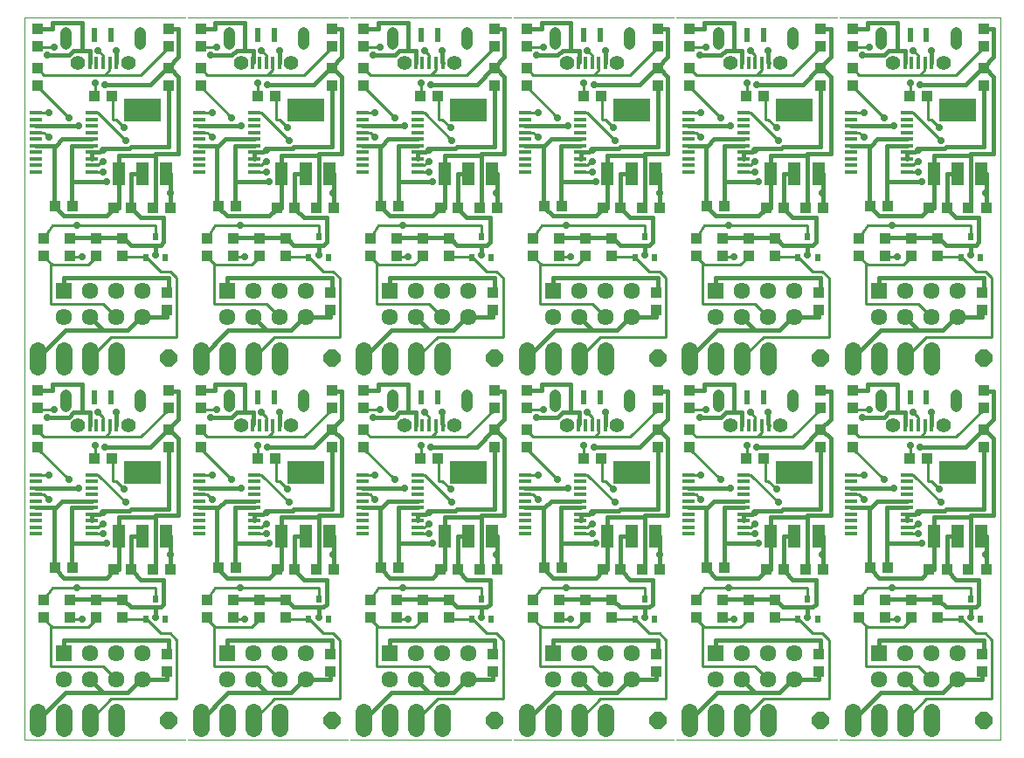
<source format=gtl>
G75*
%MOIN*%
%OFA0B0*%
%FSLAX24Y24*%
%IPPOS*%
%LPD*%
%AMOC8*
5,1,8,0,0,1.08239X$1,22.5*
%
%ADD10C,0.0000*%
%ADD11R,0.0433X0.0394*%
%ADD12R,0.0394X0.0433*%
%ADD13R,0.0450X0.0150*%
%ADD14R,0.0634X0.0634*%
%ADD15C,0.0634*%
%ADD16R,0.0236X0.0276*%
%ADD17C,0.0640*%
%ADD18OC8,0.0640*%
%ADD19R,0.0480X0.0880*%
%ADD20R,0.1417X0.0866*%
%ADD21R,0.0236X0.0531*%
%ADD22R,0.0157X0.0492*%
%ADD23C,0.0555*%
%ADD24C,0.0437*%
%ADD25C,0.0100*%
%ADD26C,0.0280*%
%ADD27C,0.0160*%
D10*
X000180Y002796D02*
X000180Y030360D01*
X006300Y030360D01*
X006400Y030360D02*
X012521Y030360D01*
X012621Y030360D02*
X018741Y030360D01*
X018841Y030360D02*
X024961Y030360D01*
X025062Y030360D02*
X031182Y030360D01*
X031282Y030360D02*
X037402Y030360D01*
X037402Y002796D01*
X031282Y002796D01*
X031182Y002796D02*
X025062Y002796D01*
X024961Y002796D02*
X018841Y002796D01*
X018741Y002796D02*
X012621Y002796D01*
X012521Y002796D02*
X006400Y002796D01*
X006300Y002796D02*
X000180Y002796D01*
X001664Y015601D02*
X001664Y015916D01*
X001665Y015916D02*
X001666Y015933D01*
X001671Y015950D01*
X001678Y015965D01*
X001688Y015979D01*
X001700Y015991D01*
X001714Y016001D01*
X001729Y016008D01*
X001746Y016013D01*
X001763Y016014D01*
X001780Y016013D01*
X001797Y016008D01*
X001812Y016001D01*
X001826Y015991D01*
X001838Y015979D01*
X001848Y015965D01*
X001855Y015950D01*
X001860Y015933D01*
X001861Y015916D01*
X001861Y015601D01*
X001763Y015503D02*
X001746Y015504D01*
X001729Y015509D01*
X001714Y015516D01*
X001700Y015526D01*
X001688Y015538D01*
X001678Y015552D01*
X001671Y015567D01*
X001666Y015584D01*
X001665Y015601D01*
X001763Y015503D02*
X001780Y015504D01*
X001797Y015509D01*
X001812Y015516D01*
X001826Y015526D01*
X001838Y015538D01*
X001848Y015552D01*
X001855Y015567D01*
X001860Y015584D01*
X001861Y015601D01*
X004499Y015601D02*
X004499Y015916D01*
X004500Y015933D01*
X004505Y015950D01*
X004512Y015965D01*
X004522Y015979D01*
X004534Y015991D01*
X004548Y016001D01*
X004563Y016008D01*
X004580Y016013D01*
X004597Y016014D01*
X004614Y016013D01*
X004631Y016008D01*
X004646Y016001D01*
X004660Y015991D01*
X004672Y015979D01*
X004682Y015965D01*
X004689Y015950D01*
X004694Y015933D01*
X004695Y015916D01*
X004696Y015916D02*
X004696Y015601D01*
X004597Y015503D02*
X004580Y015504D01*
X004563Y015509D01*
X004548Y015516D01*
X004534Y015526D01*
X004522Y015538D01*
X004512Y015552D01*
X004505Y015567D01*
X004500Y015584D01*
X004499Y015601D01*
X004597Y015503D02*
X004614Y015504D01*
X004631Y015509D01*
X004646Y015516D01*
X004660Y015526D01*
X004672Y015538D01*
X004682Y015552D01*
X004689Y015567D01*
X004694Y015584D01*
X004695Y015601D01*
X007885Y015601D02*
X007885Y015916D01*
X007886Y015933D01*
X007891Y015950D01*
X007898Y015965D01*
X007908Y015979D01*
X007920Y015991D01*
X007934Y016001D01*
X007949Y016008D01*
X007966Y016013D01*
X007983Y016014D01*
X008000Y016013D01*
X008017Y016008D01*
X008032Y016001D01*
X008046Y015991D01*
X008058Y015979D01*
X008068Y015965D01*
X008075Y015950D01*
X008080Y015933D01*
X008081Y015916D01*
X008082Y015916D02*
X008082Y015601D01*
X007983Y015503D02*
X007966Y015504D01*
X007949Y015509D01*
X007934Y015516D01*
X007920Y015526D01*
X007908Y015538D01*
X007898Y015552D01*
X007891Y015567D01*
X007886Y015584D01*
X007885Y015601D01*
X007983Y015503D02*
X008000Y015504D01*
X008017Y015509D01*
X008032Y015516D01*
X008046Y015526D01*
X008058Y015538D01*
X008068Y015552D01*
X008075Y015567D01*
X008080Y015584D01*
X008081Y015601D01*
X010719Y015601D02*
X010719Y015916D01*
X010720Y015916D02*
X010721Y015933D01*
X010726Y015950D01*
X010733Y015965D01*
X010743Y015979D01*
X010755Y015991D01*
X010769Y016001D01*
X010784Y016008D01*
X010801Y016013D01*
X010818Y016014D01*
X010835Y016013D01*
X010852Y016008D01*
X010867Y016001D01*
X010881Y015991D01*
X010893Y015979D01*
X010903Y015965D01*
X010910Y015950D01*
X010915Y015933D01*
X010916Y015916D01*
X010916Y015601D01*
X010818Y015503D02*
X010801Y015504D01*
X010784Y015509D01*
X010769Y015516D01*
X010755Y015526D01*
X010743Y015538D01*
X010733Y015552D01*
X010726Y015567D01*
X010721Y015584D01*
X010720Y015601D01*
X010818Y015503D02*
X010835Y015504D01*
X010852Y015509D01*
X010867Y015516D01*
X010881Y015526D01*
X010893Y015538D01*
X010903Y015552D01*
X010910Y015567D01*
X010915Y015584D01*
X010916Y015601D01*
X014105Y015601D02*
X014105Y015916D01*
X014106Y015916D02*
X014107Y015933D01*
X014112Y015950D01*
X014119Y015965D01*
X014129Y015979D01*
X014141Y015991D01*
X014155Y016001D01*
X014170Y016008D01*
X014187Y016013D01*
X014204Y016014D01*
X014221Y016013D01*
X014238Y016008D01*
X014253Y016001D01*
X014267Y015991D01*
X014279Y015979D01*
X014289Y015965D01*
X014296Y015950D01*
X014301Y015933D01*
X014302Y015916D01*
X014302Y015601D01*
X014204Y015503D02*
X014187Y015504D01*
X014170Y015509D01*
X014155Y015516D01*
X014141Y015526D01*
X014129Y015538D01*
X014119Y015552D01*
X014112Y015567D01*
X014107Y015584D01*
X014106Y015601D01*
X014204Y015503D02*
X014221Y015504D01*
X014238Y015509D01*
X014253Y015516D01*
X014267Y015526D01*
X014279Y015538D01*
X014289Y015552D01*
X014296Y015567D01*
X014301Y015584D01*
X014302Y015601D01*
X016940Y015601D02*
X016940Y015916D01*
X016941Y015933D01*
X016946Y015950D01*
X016953Y015965D01*
X016963Y015979D01*
X016975Y015991D01*
X016989Y016001D01*
X017004Y016008D01*
X017021Y016013D01*
X017038Y016014D01*
X017055Y016013D01*
X017072Y016008D01*
X017087Y016001D01*
X017101Y015991D01*
X017113Y015979D01*
X017123Y015965D01*
X017130Y015950D01*
X017135Y015933D01*
X017136Y015916D01*
X017137Y015916D02*
X017137Y015601D01*
X017038Y015503D02*
X017021Y015504D01*
X017004Y015509D01*
X016989Y015516D01*
X016975Y015526D01*
X016963Y015538D01*
X016953Y015552D01*
X016946Y015567D01*
X016941Y015584D01*
X016940Y015601D01*
X017038Y015503D02*
X017055Y015504D01*
X017072Y015509D01*
X017087Y015516D01*
X017101Y015526D01*
X017113Y015538D01*
X017123Y015552D01*
X017130Y015567D01*
X017135Y015584D01*
X017136Y015601D01*
X020326Y015601D02*
X020326Y015916D01*
X020327Y015933D01*
X020332Y015950D01*
X020339Y015965D01*
X020349Y015979D01*
X020361Y015991D01*
X020375Y016001D01*
X020390Y016008D01*
X020407Y016013D01*
X020424Y016014D01*
X020441Y016013D01*
X020458Y016008D01*
X020473Y016001D01*
X020487Y015991D01*
X020499Y015979D01*
X020509Y015965D01*
X020516Y015950D01*
X020521Y015933D01*
X020522Y015916D01*
X020523Y015916D02*
X020523Y015601D01*
X020424Y015503D02*
X020407Y015504D01*
X020390Y015509D01*
X020375Y015516D01*
X020361Y015526D01*
X020349Y015538D01*
X020339Y015552D01*
X020332Y015567D01*
X020327Y015584D01*
X020326Y015601D01*
X020424Y015503D02*
X020441Y015504D01*
X020458Y015509D01*
X020473Y015516D01*
X020487Y015526D01*
X020499Y015538D01*
X020509Y015552D01*
X020516Y015567D01*
X020521Y015584D01*
X020522Y015601D01*
X023160Y015601D02*
X023160Y015916D01*
X023161Y015916D02*
X023162Y015933D01*
X023167Y015950D01*
X023174Y015965D01*
X023184Y015979D01*
X023196Y015991D01*
X023210Y016001D01*
X023225Y016008D01*
X023242Y016013D01*
X023259Y016014D01*
X023276Y016013D01*
X023293Y016008D01*
X023308Y016001D01*
X023322Y015991D01*
X023334Y015979D01*
X023344Y015965D01*
X023351Y015950D01*
X023356Y015933D01*
X023357Y015916D01*
X023357Y015601D01*
X023259Y015503D02*
X023242Y015504D01*
X023225Y015509D01*
X023210Y015516D01*
X023196Y015526D01*
X023184Y015538D01*
X023174Y015552D01*
X023167Y015567D01*
X023162Y015584D01*
X023161Y015601D01*
X023259Y015503D02*
X023276Y015504D01*
X023293Y015509D01*
X023308Y015516D01*
X023322Y015526D01*
X023334Y015538D01*
X023344Y015552D01*
X023351Y015567D01*
X023356Y015584D01*
X023357Y015601D01*
X026546Y015601D02*
X026546Y015916D01*
X026547Y015916D02*
X026548Y015933D01*
X026553Y015950D01*
X026560Y015965D01*
X026570Y015979D01*
X026582Y015991D01*
X026596Y016001D01*
X026611Y016008D01*
X026628Y016013D01*
X026645Y016014D01*
X026662Y016013D01*
X026679Y016008D01*
X026694Y016001D01*
X026708Y015991D01*
X026720Y015979D01*
X026730Y015965D01*
X026737Y015950D01*
X026742Y015933D01*
X026743Y015916D01*
X026743Y015601D01*
X026645Y015503D02*
X026628Y015504D01*
X026611Y015509D01*
X026596Y015516D01*
X026582Y015526D01*
X026570Y015538D01*
X026560Y015552D01*
X026553Y015567D01*
X026548Y015584D01*
X026547Y015601D01*
X026645Y015503D02*
X026662Y015504D01*
X026679Y015509D01*
X026694Y015516D01*
X026708Y015526D01*
X026720Y015538D01*
X026730Y015552D01*
X026737Y015567D01*
X026742Y015584D01*
X026743Y015601D01*
X029381Y015601D02*
X029381Y015916D01*
X029382Y015933D01*
X029387Y015950D01*
X029394Y015965D01*
X029404Y015979D01*
X029416Y015991D01*
X029430Y016001D01*
X029445Y016008D01*
X029462Y016013D01*
X029479Y016014D01*
X029496Y016013D01*
X029513Y016008D01*
X029528Y016001D01*
X029542Y015991D01*
X029554Y015979D01*
X029564Y015965D01*
X029571Y015950D01*
X029576Y015933D01*
X029577Y015916D01*
X029578Y015916D02*
X029578Y015601D01*
X029479Y015503D02*
X029462Y015504D01*
X029445Y015509D01*
X029430Y015516D01*
X029416Y015526D01*
X029404Y015538D01*
X029394Y015552D01*
X029387Y015567D01*
X029382Y015584D01*
X029381Y015601D01*
X029479Y015503D02*
X029496Y015504D01*
X029513Y015509D01*
X029528Y015516D01*
X029542Y015526D01*
X029554Y015538D01*
X029564Y015552D01*
X029571Y015567D01*
X029576Y015584D01*
X029577Y015601D01*
X032767Y015601D02*
X032767Y015916D01*
X032768Y015933D01*
X032773Y015950D01*
X032780Y015965D01*
X032790Y015979D01*
X032802Y015991D01*
X032816Y016001D01*
X032831Y016008D01*
X032848Y016013D01*
X032865Y016014D01*
X032882Y016013D01*
X032899Y016008D01*
X032914Y016001D01*
X032928Y015991D01*
X032940Y015979D01*
X032950Y015965D01*
X032957Y015950D01*
X032962Y015933D01*
X032963Y015916D01*
X032963Y015601D01*
X032865Y015503D02*
X032848Y015504D01*
X032831Y015509D01*
X032816Y015516D01*
X032802Y015526D01*
X032790Y015538D01*
X032780Y015552D01*
X032773Y015567D01*
X032768Y015584D01*
X032767Y015601D01*
X032865Y015503D02*
X032882Y015504D01*
X032899Y015509D01*
X032914Y015516D01*
X032928Y015526D01*
X032940Y015538D01*
X032950Y015552D01*
X032957Y015567D01*
X032962Y015584D01*
X032963Y015601D01*
X035601Y015601D02*
X035601Y015916D01*
X035602Y015916D02*
X035603Y015933D01*
X035608Y015950D01*
X035615Y015965D01*
X035625Y015979D01*
X035637Y015991D01*
X035651Y016001D01*
X035666Y016008D01*
X035683Y016013D01*
X035700Y016014D01*
X035717Y016013D01*
X035734Y016008D01*
X035749Y016001D01*
X035763Y015991D01*
X035775Y015979D01*
X035785Y015965D01*
X035792Y015950D01*
X035797Y015933D01*
X035798Y015916D01*
X035798Y015601D01*
X035700Y015503D02*
X035683Y015504D01*
X035666Y015509D01*
X035651Y015516D01*
X035637Y015526D01*
X035625Y015538D01*
X035615Y015552D01*
X035608Y015567D01*
X035603Y015584D01*
X035602Y015601D01*
X035700Y015503D02*
X035717Y015504D01*
X035734Y015509D01*
X035749Y015516D01*
X035763Y015526D01*
X035775Y015538D01*
X035785Y015552D01*
X035792Y015567D01*
X035797Y015584D01*
X035798Y015601D01*
X035798Y029420D02*
X035798Y029735D01*
X035700Y029833D02*
X035683Y029832D01*
X035666Y029827D01*
X035651Y029820D01*
X035637Y029810D01*
X035625Y029798D01*
X035615Y029784D01*
X035608Y029769D01*
X035603Y029752D01*
X035602Y029735D01*
X035601Y029735D02*
X035601Y029420D01*
X035602Y029420D02*
X035603Y029403D01*
X035608Y029386D01*
X035615Y029371D01*
X035625Y029357D01*
X035637Y029345D01*
X035651Y029335D01*
X035666Y029328D01*
X035683Y029323D01*
X035700Y029322D01*
X035717Y029323D01*
X035734Y029328D01*
X035749Y029335D01*
X035763Y029345D01*
X035775Y029357D01*
X035785Y029371D01*
X035792Y029386D01*
X035797Y029403D01*
X035798Y029420D01*
X035798Y029735D02*
X035797Y029752D01*
X035792Y029769D01*
X035785Y029784D01*
X035775Y029798D01*
X035763Y029810D01*
X035749Y029820D01*
X035734Y029827D01*
X035717Y029832D01*
X035700Y029833D01*
X032963Y029735D02*
X032963Y029420D01*
X032865Y029322D02*
X032848Y029323D01*
X032831Y029328D01*
X032816Y029335D01*
X032802Y029345D01*
X032790Y029357D01*
X032780Y029371D01*
X032773Y029386D01*
X032768Y029403D01*
X032767Y029420D01*
X032767Y029735D01*
X032768Y029752D01*
X032773Y029769D01*
X032780Y029784D01*
X032790Y029798D01*
X032802Y029810D01*
X032816Y029820D01*
X032831Y029827D01*
X032848Y029832D01*
X032865Y029833D01*
X032882Y029832D01*
X032899Y029827D01*
X032914Y029820D01*
X032928Y029810D01*
X032940Y029798D01*
X032950Y029784D01*
X032957Y029769D01*
X032962Y029752D01*
X032963Y029735D01*
X032963Y029420D02*
X032962Y029403D01*
X032957Y029386D01*
X032950Y029371D01*
X032940Y029357D01*
X032928Y029345D01*
X032914Y029335D01*
X032899Y029328D01*
X032882Y029323D01*
X032865Y029322D01*
X029578Y029420D02*
X029578Y029735D01*
X029479Y029833D02*
X029462Y029832D01*
X029445Y029827D01*
X029430Y029820D01*
X029416Y029810D01*
X029404Y029798D01*
X029394Y029784D01*
X029387Y029769D01*
X029382Y029752D01*
X029381Y029735D01*
X029381Y029420D01*
X029382Y029403D01*
X029387Y029386D01*
X029394Y029371D01*
X029404Y029357D01*
X029416Y029345D01*
X029430Y029335D01*
X029445Y029328D01*
X029462Y029323D01*
X029479Y029322D01*
X029496Y029323D01*
X029513Y029328D01*
X029528Y029335D01*
X029542Y029345D01*
X029554Y029357D01*
X029564Y029371D01*
X029571Y029386D01*
X029576Y029403D01*
X029577Y029420D01*
X029577Y029735D02*
X029576Y029752D01*
X029571Y029769D01*
X029564Y029784D01*
X029554Y029798D01*
X029542Y029810D01*
X029528Y029820D01*
X029513Y029827D01*
X029496Y029832D01*
X029479Y029833D01*
X026743Y029735D02*
X026743Y029420D01*
X026645Y029322D02*
X026628Y029323D01*
X026611Y029328D01*
X026596Y029335D01*
X026582Y029345D01*
X026570Y029357D01*
X026560Y029371D01*
X026553Y029386D01*
X026548Y029403D01*
X026547Y029420D01*
X026546Y029420D02*
X026546Y029735D01*
X026547Y029735D02*
X026548Y029752D01*
X026553Y029769D01*
X026560Y029784D01*
X026570Y029798D01*
X026582Y029810D01*
X026596Y029820D01*
X026611Y029827D01*
X026628Y029832D01*
X026645Y029833D01*
X026662Y029832D01*
X026679Y029827D01*
X026694Y029820D01*
X026708Y029810D01*
X026720Y029798D01*
X026730Y029784D01*
X026737Y029769D01*
X026742Y029752D01*
X026743Y029735D01*
X026743Y029420D02*
X026742Y029403D01*
X026737Y029386D01*
X026730Y029371D01*
X026720Y029357D01*
X026708Y029345D01*
X026694Y029335D01*
X026679Y029328D01*
X026662Y029323D01*
X026645Y029322D01*
X023357Y029420D02*
X023357Y029735D01*
X023259Y029833D02*
X023242Y029832D01*
X023225Y029827D01*
X023210Y029820D01*
X023196Y029810D01*
X023184Y029798D01*
X023174Y029784D01*
X023167Y029769D01*
X023162Y029752D01*
X023161Y029735D01*
X023160Y029735D02*
X023160Y029420D01*
X023161Y029420D02*
X023162Y029403D01*
X023167Y029386D01*
X023174Y029371D01*
X023184Y029357D01*
X023196Y029345D01*
X023210Y029335D01*
X023225Y029328D01*
X023242Y029323D01*
X023259Y029322D01*
X023276Y029323D01*
X023293Y029328D01*
X023308Y029335D01*
X023322Y029345D01*
X023334Y029357D01*
X023344Y029371D01*
X023351Y029386D01*
X023356Y029403D01*
X023357Y029420D01*
X023357Y029735D02*
X023356Y029752D01*
X023351Y029769D01*
X023344Y029784D01*
X023334Y029798D01*
X023322Y029810D01*
X023308Y029820D01*
X023293Y029827D01*
X023276Y029832D01*
X023259Y029833D01*
X020523Y029735D02*
X020523Y029420D01*
X020424Y029322D02*
X020407Y029323D01*
X020390Y029328D01*
X020375Y029335D01*
X020361Y029345D01*
X020349Y029357D01*
X020339Y029371D01*
X020332Y029386D01*
X020327Y029403D01*
X020326Y029420D01*
X020326Y029735D01*
X020327Y029752D01*
X020332Y029769D01*
X020339Y029784D01*
X020349Y029798D01*
X020361Y029810D01*
X020375Y029820D01*
X020390Y029827D01*
X020407Y029832D01*
X020424Y029833D01*
X020441Y029832D01*
X020458Y029827D01*
X020473Y029820D01*
X020487Y029810D01*
X020499Y029798D01*
X020509Y029784D01*
X020516Y029769D01*
X020521Y029752D01*
X020522Y029735D01*
X020522Y029420D02*
X020521Y029403D01*
X020516Y029386D01*
X020509Y029371D01*
X020499Y029357D01*
X020487Y029345D01*
X020473Y029335D01*
X020458Y029328D01*
X020441Y029323D01*
X020424Y029322D01*
X017137Y029420D02*
X017137Y029735D01*
X017038Y029833D02*
X017021Y029832D01*
X017004Y029827D01*
X016989Y029820D01*
X016975Y029810D01*
X016963Y029798D01*
X016953Y029784D01*
X016946Y029769D01*
X016941Y029752D01*
X016940Y029735D01*
X016940Y029420D01*
X016941Y029403D01*
X016946Y029386D01*
X016953Y029371D01*
X016963Y029357D01*
X016975Y029345D01*
X016989Y029335D01*
X017004Y029328D01*
X017021Y029323D01*
X017038Y029322D01*
X017055Y029323D01*
X017072Y029328D01*
X017087Y029335D01*
X017101Y029345D01*
X017113Y029357D01*
X017123Y029371D01*
X017130Y029386D01*
X017135Y029403D01*
X017136Y029420D01*
X017136Y029735D02*
X017135Y029752D01*
X017130Y029769D01*
X017123Y029784D01*
X017113Y029798D01*
X017101Y029810D01*
X017087Y029820D01*
X017072Y029827D01*
X017055Y029832D01*
X017038Y029833D01*
X014302Y029735D02*
X014302Y029420D01*
X014204Y029322D02*
X014187Y029323D01*
X014170Y029328D01*
X014155Y029335D01*
X014141Y029345D01*
X014129Y029357D01*
X014119Y029371D01*
X014112Y029386D01*
X014107Y029403D01*
X014106Y029420D01*
X014105Y029420D02*
X014105Y029735D01*
X014106Y029735D02*
X014107Y029752D01*
X014112Y029769D01*
X014119Y029784D01*
X014129Y029798D01*
X014141Y029810D01*
X014155Y029820D01*
X014170Y029827D01*
X014187Y029832D01*
X014204Y029833D01*
X014221Y029832D01*
X014238Y029827D01*
X014253Y029820D01*
X014267Y029810D01*
X014279Y029798D01*
X014289Y029784D01*
X014296Y029769D01*
X014301Y029752D01*
X014302Y029735D01*
X014302Y029420D02*
X014301Y029403D01*
X014296Y029386D01*
X014289Y029371D01*
X014279Y029357D01*
X014267Y029345D01*
X014253Y029335D01*
X014238Y029328D01*
X014221Y029323D01*
X014204Y029322D01*
X010916Y029420D02*
X010916Y029735D01*
X010818Y029833D02*
X010801Y029832D01*
X010784Y029827D01*
X010769Y029820D01*
X010755Y029810D01*
X010743Y029798D01*
X010733Y029784D01*
X010726Y029769D01*
X010721Y029752D01*
X010720Y029735D01*
X010719Y029735D02*
X010719Y029420D01*
X010720Y029420D02*
X010721Y029403D01*
X010726Y029386D01*
X010733Y029371D01*
X010743Y029357D01*
X010755Y029345D01*
X010769Y029335D01*
X010784Y029328D01*
X010801Y029323D01*
X010818Y029322D01*
X010835Y029323D01*
X010852Y029328D01*
X010867Y029335D01*
X010881Y029345D01*
X010893Y029357D01*
X010903Y029371D01*
X010910Y029386D01*
X010915Y029403D01*
X010916Y029420D01*
X010916Y029735D02*
X010915Y029752D01*
X010910Y029769D01*
X010903Y029784D01*
X010893Y029798D01*
X010881Y029810D01*
X010867Y029820D01*
X010852Y029827D01*
X010835Y029832D01*
X010818Y029833D01*
X008082Y029735D02*
X008082Y029420D01*
X007983Y029322D02*
X007966Y029323D01*
X007949Y029328D01*
X007934Y029335D01*
X007920Y029345D01*
X007908Y029357D01*
X007898Y029371D01*
X007891Y029386D01*
X007886Y029403D01*
X007885Y029420D01*
X007885Y029735D01*
X007886Y029752D01*
X007891Y029769D01*
X007898Y029784D01*
X007908Y029798D01*
X007920Y029810D01*
X007934Y029820D01*
X007949Y029827D01*
X007966Y029832D01*
X007983Y029833D01*
X008000Y029832D01*
X008017Y029827D01*
X008032Y029820D01*
X008046Y029810D01*
X008058Y029798D01*
X008068Y029784D01*
X008075Y029769D01*
X008080Y029752D01*
X008081Y029735D01*
X008081Y029420D02*
X008080Y029403D01*
X008075Y029386D01*
X008068Y029371D01*
X008058Y029357D01*
X008046Y029345D01*
X008032Y029335D01*
X008017Y029328D01*
X008000Y029323D01*
X007983Y029322D01*
X004696Y029420D02*
X004696Y029735D01*
X004597Y029833D02*
X004580Y029832D01*
X004563Y029827D01*
X004548Y029820D01*
X004534Y029810D01*
X004522Y029798D01*
X004512Y029784D01*
X004505Y029769D01*
X004500Y029752D01*
X004499Y029735D01*
X004499Y029420D01*
X004500Y029403D01*
X004505Y029386D01*
X004512Y029371D01*
X004522Y029357D01*
X004534Y029345D01*
X004548Y029335D01*
X004563Y029328D01*
X004580Y029323D01*
X004597Y029322D01*
X004614Y029323D01*
X004631Y029328D01*
X004646Y029335D01*
X004660Y029345D01*
X004672Y029357D01*
X004682Y029371D01*
X004689Y029386D01*
X004694Y029403D01*
X004695Y029420D01*
X004695Y029735D02*
X004694Y029752D01*
X004689Y029769D01*
X004682Y029784D01*
X004672Y029798D01*
X004660Y029810D01*
X004646Y029820D01*
X004631Y029827D01*
X004614Y029832D01*
X004597Y029833D01*
X001861Y029735D02*
X001861Y029420D01*
X001763Y029322D02*
X001746Y029323D01*
X001729Y029328D01*
X001714Y029335D01*
X001700Y029345D01*
X001688Y029357D01*
X001678Y029371D01*
X001671Y029386D01*
X001666Y029403D01*
X001665Y029420D01*
X001664Y029420D02*
X001664Y029735D01*
X001665Y029735D02*
X001666Y029752D01*
X001671Y029769D01*
X001678Y029784D01*
X001688Y029798D01*
X001700Y029810D01*
X001714Y029820D01*
X001729Y029827D01*
X001746Y029832D01*
X001763Y029833D01*
X001780Y029832D01*
X001797Y029827D01*
X001812Y029820D01*
X001826Y029810D01*
X001838Y029798D01*
X001848Y029784D01*
X001855Y029769D01*
X001860Y029752D01*
X001861Y029735D01*
X001861Y029420D02*
X001860Y029403D01*
X001855Y029386D01*
X001848Y029371D01*
X001838Y029357D01*
X001826Y029345D01*
X001812Y029335D01*
X001797Y029328D01*
X001780Y029323D01*
X001763Y029322D01*
D11*
X000680Y028449D03*
X000680Y027780D03*
X001345Y023177D03*
X002015Y023177D03*
X001930Y021949D03*
X001930Y021280D03*
X002930Y021280D03*
X002930Y021949D03*
X003930Y021949D03*
X003930Y021280D03*
X003595Y023114D03*
X004265Y023114D03*
X005095Y023114D03*
X005765Y023114D03*
X007566Y023177D03*
X008235Y023177D03*
X008150Y021949D03*
X008150Y021280D03*
X009150Y021280D03*
X009150Y021949D03*
X010150Y021949D03*
X010150Y021280D03*
X009816Y023114D03*
X010485Y023114D03*
X011316Y023114D03*
X011985Y023114D03*
X013786Y023177D03*
X014456Y023177D03*
X014371Y021949D03*
X014371Y021280D03*
X015371Y021280D03*
X015371Y021949D03*
X016371Y021949D03*
X016371Y021280D03*
X016706Y023114D03*
X016036Y023114D03*
X017536Y023114D03*
X018206Y023114D03*
X020007Y023177D03*
X020676Y023177D03*
X020591Y021949D03*
X020591Y021280D03*
X021591Y021280D03*
X021591Y021949D03*
X022591Y021949D03*
X022591Y021280D03*
X022257Y023114D03*
X022926Y023114D03*
X023757Y023114D03*
X024426Y023114D03*
X026227Y023177D03*
X026897Y023177D03*
X026812Y021949D03*
X026812Y021280D03*
X027812Y021280D03*
X027812Y021949D03*
X028812Y021949D03*
X028812Y021280D03*
X029147Y023114D03*
X028477Y023114D03*
X029977Y023114D03*
X030647Y023114D03*
X032448Y023177D03*
X033117Y023177D03*
X033032Y021949D03*
X033032Y021280D03*
X034032Y021280D03*
X034032Y021949D03*
X035032Y021949D03*
X035032Y021280D03*
X034698Y023114D03*
X035367Y023114D03*
X036198Y023114D03*
X036867Y023114D03*
X031782Y027780D03*
X031782Y028449D03*
X025562Y028449D03*
X025562Y027780D03*
X019341Y027780D03*
X019341Y028449D03*
X013121Y028449D03*
X013121Y027780D03*
X006900Y027780D03*
X006900Y028449D03*
X006900Y014630D03*
X006900Y013961D03*
X007566Y009358D03*
X008235Y009358D03*
X008150Y008130D03*
X008150Y007461D03*
X009150Y007461D03*
X009150Y008130D03*
X010150Y008130D03*
X010150Y007461D03*
X009816Y009296D03*
X010485Y009296D03*
X011316Y009296D03*
X011985Y009296D03*
X013786Y009358D03*
X014456Y009358D03*
X014371Y008130D03*
X014371Y007461D03*
X015371Y007461D03*
X015371Y008130D03*
X016371Y008130D03*
X016371Y007461D03*
X016706Y009296D03*
X016036Y009296D03*
X017536Y009296D03*
X018206Y009296D03*
X020007Y009358D03*
X020676Y009358D03*
X020591Y008130D03*
X020591Y007461D03*
X021591Y007461D03*
X021591Y008130D03*
X022591Y008130D03*
X022591Y007461D03*
X022257Y009296D03*
X022926Y009296D03*
X023757Y009296D03*
X024426Y009296D03*
X026227Y009358D03*
X026897Y009358D03*
X026812Y008130D03*
X026812Y007461D03*
X027812Y007461D03*
X027812Y008130D03*
X028812Y008130D03*
X028812Y007461D03*
X029147Y009296D03*
X028477Y009296D03*
X029977Y009296D03*
X030647Y009296D03*
X032448Y009358D03*
X033117Y009358D03*
X033032Y008130D03*
X033032Y007461D03*
X034032Y007461D03*
X034032Y008130D03*
X035032Y008130D03*
X035032Y007461D03*
X034698Y009296D03*
X035367Y009296D03*
X036198Y009296D03*
X036867Y009296D03*
X031782Y013961D03*
X031782Y014630D03*
X025562Y014630D03*
X025562Y013961D03*
X019341Y013961D03*
X019341Y014630D03*
X013121Y014630D03*
X013121Y013961D03*
X005765Y009296D03*
X005095Y009296D03*
X004265Y009296D03*
X003595Y009296D03*
X003930Y008130D03*
X003930Y007461D03*
X002930Y007461D03*
X002930Y008130D03*
X001930Y008130D03*
X001930Y007461D03*
X002015Y009358D03*
X001345Y009358D03*
X000680Y013961D03*
X000680Y014630D03*
D12*
X000680Y015461D03*
X000680Y016130D03*
X002845Y013546D03*
X003515Y013546D03*
X005680Y013961D03*
X005680Y014630D03*
X005680Y015461D03*
X005680Y016130D03*
X006900Y016130D03*
X006900Y015461D03*
X009066Y013546D03*
X009735Y013546D03*
X011900Y013961D03*
X011900Y014630D03*
X011900Y015461D03*
X011900Y016130D03*
X013121Y016130D03*
X013121Y015461D03*
X015286Y013546D03*
X015956Y013546D03*
X018121Y013961D03*
X018121Y014630D03*
X018121Y015461D03*
X018121Y016130D03*
X019341Y016130D03*
X019341Y015461D03*
X021507Y013546D03*
X022176Y013546D03*
X024341Y013961D03*
X024341Y014630D03*
X024341Y015461D03*
X024341Y016130D03*
X025562Y016130D03*
X025562Y015461D03*
X027727Y013546D03*
X028397Y013546D03*
X030562Y013961D03*
X030562Y014630D03*
X030562Y015461D03*
X030562Y016130D03*
X031782Y016130D03*
X031782Y015461D03*
X033948Y013546D03*
X034617Y013546D03*
X036782Y013961D03*
X036782Y014630D03*
X036782Y015461D03*
X036782Y016130D03*
X036720Y019217D03*
X036720Y019887D03*
X032032Y021280D03*
X032032Y021949D03*
X030499Y019887D03*
X030499Y019217D03*
X025812Y021280D03*
X025812Y021949D03*
X024279Y019887D03*
X024279Y019217D03*
X019591Y021280D03*
X019591Y021949D03*
X018058Y019887D03*
X018058Y019217D03*
X013371Y021280D03*
X013371Y021949D03*
X011838Y019887D03*
X011838Y019217D03*
X007150Y021280D03*
X007150Y021949D03*
X005618Y019887D03*
X005618Y019217D03*
X000930Y021280D03*
X000930Y021949D03*
X002845Y027364D03*
X003515Y027364D03*
X005680Y027780D03*
X005680Y028449D03*
X005680Y029280D03*
X005680Y029949D03*
X006900Y029949D03*
X006900Y029280D03*
X009066Y027364D03*
X009735Y027364D03*
X011900Y027780D03*
X011900Y028449D03*
X011900Y029280D03*
X011900Y029949D03*
X013121Y029949D03*
X013121Y029280D03*
X015286Y027364D03*
X015956Y027364D03*
X018121Y027780D03*
X018121Y028449D03*
X018121Y029280D03*
X018121Y029949D03*
X019341Y029949D03*
X019341Y029280D03*
X021507Y027364D03*
X022176Y027364D03*
X024341Y027780D03*
X024341Y028449D03*
X024341Y029280D03*
X024341Y029949D03*
X025562Y029949D03*
X025562Y029280D03*
X027727Y027364D03*
X028397Y027364D03*
X030562Y027780D03*
X030562Y028449D03*
X030562Y029280D03*
X030562Y029949D03*
X031782Y029949D03*
X031782Y029280D03*
X033948Y027364D03*
X034617Y027364D03*
X036782Y027780D03*
X036782Y028449D03*
X036782Y029280D03*
X036782Y029949D03*
X032032Y008130D03*
X032032Y007461D03*
X030499Y006068D03*
X030499Y005398D03*
X025812Y007461D03*
X025812Y008130D03*
X024279Y006068D03*
X024279Y005398D03*
X019591Y007461D03*
X019591Y008130D03*
X018058Y006068D03*
X018058Y005398D03*
X013371Y007461D03*
X013371Y008130D03*
X011838Y006068D03*
X011838Y005398D03*
X007150Y007461D03*
X007150Y008130D03*
X005618Y006068D03*
X005618Y005398D03*
X000930Y007461D03*
X000930Y008130D03*
X000680Y029280D03*
X000680Y029949D03*
X036720Y006068D03*
X036720Y005398D03*
D13*
X033837Y010671D03*
X033837Y010921D03*
X033837Y011171D03*
X033837Y011421D03*
X033837Y011671D03*
X033837Y011921D03*
X033837Y012171D03*
X033837Y012421D03*
X033837Y012671D03*
X033837Y012921D03*
X031727Y012921D03*
X031727Y012671D03*
X031727Y012421D03*
X031727Y012171D03*
X031727Y011921D03*
X031727Y011671D03*
X031727Y011421D03*
X031727Y011171D03*
X031727Y010921D03*
X031727Y010671D03*
X027617Y010671D03*
X027617Y010921D03*
X027617Y011171D03*
X027617Y011421D03*
X027617Y011671D03*
X027617Y011921D03*
X027617Y012171D03*
X027617Y012421D03*
X027617Y012671D03*
X027617Y012921D03*
X025507Y012921D03*
X025507Y012671D03*
X025507Y012421D03*
X025507Y012171D03*
X025507Y011921D03*
X025507Y011671D03*
X025507Y011421D03*
X025507Y011171D03*
X025507Y010921D03*
X025507Y010671D03*
X021396Y010671D03*
X021396Y010921D03*
X021396Y011171D03*
X021396Y011421D03*
X021396Y011671D03*
X021396Y011921D03*
X021396Y012171D03*
X021396Y012421D03*
X021396Y012671D03*
X021396Y012921D03*
X019286Y012921D03*
X019286Y012671D03*
X019286Y012421D03*
X019286Y012171D03*
X019286Y011921D03*
X019286Y011671D03*
X019286Y011421D03*
X019286Y011171D03*
X019286Y010921D03*
X019286Y010671D03*
X015176Y010671D03*
X015176Y010921D03*
X015176Y011171D03*
X015176Y011421D03*
X015176Y011671D03*
X015176Y011921D03*
X015176Y012171D03*
X015176Y012421D03*
X015176Y012671D03*
X015176Y012921D03*
X013066Y012921D03*
X013066Y012671D03*
X013066Y012421D03*
X013066Y012171D03*
X013066Y011921D03*
X013066Y011671D03*
X013066Y011421D03*
X013066Y011171D03*
X013066Y010921D03*
X013066Y010671D03*
X008955Y010671D03*
X008955Y010921D03*
X008955Y011171D03*
X008955Y011421D03*
X008955Y011671D03*
X008955Y011921D03*
X008955Y012171D03*
X008955Y012421D03*
X008955Y012671D03*
X008955Y012921D03*
X006845Y012921D03*
X006845Y012671D03*
X006845Y012421D03*
X006845Y012171D03*
X006845Y011921D03*
X006845Y011671D03*
X006845Y011421D03*
X006845Y011171D03*
X006845Y010921D03*
X006845Y010671D03*
X002735Y010671D03*
X002735Y010921D03*
X002735Y011171D03*
X002735Y011421D03*
X002735Y011671D03*
X002735Y011921D03*
X002735Y012171D03*
X002735Y012421D03*
X002735Y012671D03*
X002735Y012921D03*
X000625Y012921D03*
X000625Y012671D03*
X000625Y012421D03*
X000625Y012171D03*
X000625Y011921D03*
X000625Y011671D03*
X000625Y011421D03*
X000625Y011171D03*
X000625Y010921D03*
X000625Y010671D03*
X000625Y024489D03*
X000625Y024739D03*
X000625Y024989D03*
X000625Y025239D03*
X000625Y025489D03*
X000625Y025739D03*
X000625Y025989D03*
X000625Y026239D03*
X000625Y026489D03*
X000625Y026739D03*
X002735Y026739D03*
X002735Y026489D03*
X002735Y026239D03*
X002735Y025989D03*
X002735Y025739D03*
X002735Y025489D03*
X002735Y025239D03*
X002735Y024989D03*
X002735Y024739D03*
X002735Y024489D03*
X006845Y024489D03*
X006845Y024739D03*
X006845Y024989D03*
X006845Y025239D03*
X006845Y025489D03*
X006845Y025739D03*
X006845Y025989D03*
X006845Y026239D03*
X006845Y026489D03*
X006845Y026739D03*
X008955Y026739D03*
X008955Y026489D03*
X008955Y026239D03*
X008955Y025989D03*
X008955Y025739D03*
X008955Y025489D03*
X008955Y025239D03*
X008955Y024989D03*
X008955Y024739D03*
X008955Y024489D03*
X013066Y024489D03*
X013066Y024739D03*
X013066Y024989D03*
X013066Y025239D03*
X013066Y025489D03*
X013066Y025739D03*
X013066Y025989D03*
X013066Y026239D03*
X013066Y026489D03*
X013066Y026739D03*
X015176Y026739D03*
X015176Y026489D03*
X015176Y026239D03*
X015176Y025989D03*
X015176Y025739D03*
X015176Y025489D03*
X015176Y025239D03*
X015176Y024989D03*
X015176Y024739D03*
X015176Y024489D03*
X019286Y024489D03*
X019286Y024739D03*
X019286Y024989D03*
X019286Y025239D03*
X019286Y025489D03*
X019286Y025739D03*
X019286Y025989D03*
X019286Y026239D03*
X019286Y026489D03*
X019286Y026739D03*
X021396Y026739D03*
X021396Y026489D03*
X021396Y026239D03*
X021396Y025989D03*
X021396Y025739D03*
X021396Y025489D03*
X021396Y025239D03*
X021396Y024989D03*
X021396Y024739D03*
X021396Y024489D03*
X025507Y024489D03*
X025507Y024739D03*
X025507Y024989D03*
X025507Y025239D03*
X025507Y025489D03*
X025507Y025739D03*
X025507Y025989D03*
X025507Y026239D03*
X025507Y026489D03*
X025507Y026739D03*
X027617Y026739D03*
X027617Y026489D03*
X027617Y026239D03*
X027617Y025989D03*
X027617Y025739D03*
X027617Y025489D03*
X027617Y025239D03*
X027617Y024989D03*
X027617Y024739D03*
X027617Y024489D03*
X031727Y024489D03*
X031727Y024739D03*
X031727Y024989D03*
X031727Y025239D03*
X031727Y025489D03*
X031727Y025739D03*
X031727Y025989D03*
X031727Y026239D03*
X031727Y026489D03*
X031727Y026739D03*
X033837Y026739D03*
X033837Y026489D03*
X033837Y026239D03*
X033837Y025989D03*
X033837Y025739D03*
X033837Y025489D03*
X033837Y025239D03*
X033837Y024989D03*
X033837Y024739D03*
X033837Y024489D03*
D14*
X032782Y019927D03*
X026562Y019927D03*
X020341Y019927D03*
X014121Y019927D03*
X007900Y019927D03*
X001680Y019927D03*
X001680Y006108D03*
X007900Y006108D03*
X014121Y006108D03*
X020341Y006108D03*
X026562Y006108D03*
X032782Y006108D03*
D15*
X032782Y005108D03*
X033782Y005108D03*
X034782Y005108D03*
X034782Y006108D03*
X033782Y006108D03*
X035782Y006108D03*
X035782Y005108D03*
X029562Y005108D03*
X028562Y005108D03*
X028562Y006108D03*
X029562Y006108D03*
X027562Y006108D03*
X027562Y005108D03*
X026562Y005108D03*
X023341Y005108D03*
X022341Y005108D03*
X021341Y005108D03*
X020341Y005108D03*
X021341Y006108D03*
X022341Y006108D03*
X023341Y006108D03*
X017121Y006108D03*
X017121Y005108D03*
X016121Y005108D03*
X015121Y005108D03*
X015121Y006108D03*
X016121Y006108D03*
X014121Y005108D03*
X010900Y005108D03*
X009900Y005108D03*
X008900Y005108D03*
X007900Y005108D03*
X008900Y006108D03*
X009900Y006108D03*
X010900Y006108D03*
X004680Y006108D03*
X003680Y006108D03*
X003680Y005108D03*
X004680Y005108D03*
X002680Y005108D03*
X001680Y005108D03*
X002680Y006108D03*
X002680Y018927D03*
X001680Y018927D03*
X002680Y019927D03*
X003680Y019927D03*
X004680Y019927D03*
X004680Y018927D03*
X003680Y018927D03*
X007900Y018927D03*
X008900Y018927D03*
X008900Y019927D03*
X009900Y019927D03*
X010900Y019927D03*
X010900Y018927D03*
X009900Y018927D03*
X014121Y018927D03*
X015121Y018927D03*
X016121Y018927D03*
X016121Y019927D03*
X015121Y019927D03*
X017121Y019927D03*
X017121Y018927D03*
X020341Y018927D03*
X021341Y018927D03*
X021341Y019927D03*
X022341Y019927D03*
X023341Y019927D03*
X023341Y018927D03*
X022341Y018927D03*
X026562Y018927D03*
X027562Y018927D03*
X028562Y018927D03*
X029562Y018927D03*
X029562Y019927D03*
X028562Y019927D03*
X027562Y019927D03*
X032782Y018927D03*
X033782Y018927D03*
X034782Y018927D03*
X034782Y019927D03*
X033782Y019927D03*
X035782Y019927D03*
X035782Y018927D03*
D16*
X035908Y021221D03*
X036656Y021221D03*
X036282Y022008D03*
X030436Y021221D03*
X029688Y021221D03*
X030062Y022008D03*
X024215Y021221D03*
X023467Y021221D03*
X023841Y022008D03*
X017995Y021221D03*
X017247Y021221D03*
X017621Y022008D03*
X011774Y021221D03*
X011026Y021221D03*
X011400Y022008D03*
X005554Y021221D03*
X004806Y021221D03*
X005180Y022008D03*
X005180Y008189D03*
X004806Y007402D03*
X005554Y007402D03*
X011026Y007402D03*
X011774Y007402D03*
X011400Y008189D03*
X017247Y007402D03*
X017995Y007402D03*
X017621Y008189D03*
X023467Y007402D03*
X024215Y007402D03*
X023841Y008189D03*
X029688Y007402D03*
X030436Y007402D03*
X030062Y008189D03*
X035908Y007402D03*
X036656Y007402D03*
X036282Y008189D03*
D17*
X034782Y003866D02*
X034782Y003226D01*
X033782Y003226D02*
X033782Y003866D01*
X032782Y003866D02*
X032782Y003226D01*
X031782Y003226D02*
X031782Y003866D01*
X028562Y003866D02*
X028562Y003226D01*
X027562Y003226D02*
X027562Y003866D01*
X026562Y003866D02*
X026562Y003226D01*
X025562Y003226D02*
X025562Y003866D01*
X022341Y003866D02*
X022341Y003226D01*
X021341Y003226D02*
X021341Y003866D01*
X020341Y003866D02*
X020341Y003226D01*
X019341Y003226D02*
X019341Y003866D01*
X016121Y003866D02*
X016121Y003226D01*
X015121Y003226D02*
X015121Y003866D01*
X014121Y003866D02*
X014121Y003226D01*
X013121Y003226D02*
X013121Y003866D01*
X009900Y003866D02*
X009900Y003226D01*
X008900Y003226D02*
X008900Y003866D01*
X007900Y003866D02*
X007900Y003226D01*
X006900Y003226D02*
X006900Y003866D01*
X003680Y003866D02*
X003680Y003226D01*
X002680Y003226D02*
X002680Y003866D01*
X001680Y003866D02*
X001680Y003226D01*
X000680Y003226D02*
X000680Y003866D01*
X000680Y017044D02*
X000680Y017684D01*
X001680Y017684D02*
X001680Y017044D01*
X002680Y017044D02*
X002680Y017684D01*
X003680Y017684D02*
X003680Y017044D01*
X006900Y017044D02*
X006900Y017684D01*
X007900Y017684D02*
X007900Y017044D01*
X008900Y017044D02*
X008900Y017684D01*
X009900Y017684D02*
X009900Y017044D01*
X013121Y017044D02*
X013121Y017684D01*
X014121Y017684D02*
X014121Y017044D01*
X015121Y017044D02*
X015121Y017684D01*
X016121Y017684D02*
X016121Y017044D01*
X019341Y017044D02*
X019341Y017684D01*
X020341Y017684D02*
X020341Y017044D01*
X021341Y017044D02*
X021341Y017684D01*
X022341Y017684D02*
X022341Y017044D01*
X025562Y017044D02*
X025562Y017684D01*
X026562Y017684D02*
X026562Y017044D01*
X027562Y017044D02*
X027562Y017684D01*
X028562Y017684D02*
X028562Y017044D01*
X031782Y017044D02*
X031782Y017684D01*
X032782Y017684D02*
X032782Y017044D01*
X033782Y017044D02*
X033782Y017684D01*
X034782Y017684D02*
X034782Y017044D01*
D18*
X036782Y017364D03*
X030562Y017364D03*
X024341Y017364D03*
X018121Y017364D03*
X011900Y017364D03*
X005680Y017364D03*
X005680Y003546D03*
X011900Y003546D03*
X018121Y003546D03*
X024341Y003546D03*
X030562Y003546D03*
X036782Y003546D03*
D19*
X036692Y010576D03*
X035782Y010576D03*
X034872Y010576D03*
X030472Y010576D03*
X029562Y010576D03*
X028652Y010576D03*
X024251Y010576D03*
X023341Y010576D03*
X022431Y010576D03*
X018031Y010576D03*
X017121Y010576D03*
X016211Y010576D03*
X011810Y010576D03*
X010900Y010576D03*
X009990Y010576D03*
X005590Y010576D03*
X004680Y010576D03*
X003770Y010576D03*
X003770Y024394D03*
X004680Y024394D03*
X005590Y024394D03*
X009990Y024394D03*
X010900Y024394D03*
X011810Y024394D03*
X016211Y024394D03*
X017121Y024394D03*
X018031Y024394D03*
X022431Y024394D03*
X023341Y024394D03*
X024251Y024394D03*
X028652Y024394D03*
X029562Y024394D03*
X030472Y024394D03*
X034872Y024394D03*
X035782Y024394D03*
X036692Y024394D03*
D20*
X035782Y026835D03*
X029562Y026835D03*
X023341Y026835D03*
X017121Y026835D03*
X010900Y026835D03*
X004680Y026835D03*
X004680Y013016D03*
X010900Y013016D03*
X017121Y013016D03*
X023341Y013016D03*
X029562Y013016D03*
X035782Y013016D03*
D21*
X034597Y015876D03*
X033967Y015876D03*
X028377Y015876D03*
X027747Y015876D03*
X022156Y015876D03*
X021526Y015876D03*
X015936Y015876D03*
X015306Y015876D03*
X009715Y015876D03*
X009086Y015876D03*
X003495Y015876D03*
X002865Y015876D03*
X002865Y029695D03*
X003495Y029695D03*
X009086Y029695D03*
X009715Y029695D03*
X015306Y029695D03*
X015936Y029695D03*
X021526Y029695D03*
X022156Y029695D03*
X027747Y029695D03*
X028377Y029695D03*
X033967Y029695D03*
X034597Y029695D03*
D22*
X034538Y028642D03*
X034282Y028642D03*
X034026Y028642D03*
X033771Y028642D03*
X034794Y028642D03*
X028574Y028642D03*
X028318Y028642D03*
X028062Y028642D03*
X027806Y028642D03*
X027550Y028642D03*
X022353Y028642D03*
X022097Y028642D03*
X021841Y028642D03*
X021586Y028642D03*
X021330Y028642D03*
X016133Y028642D03*
X015877Y028642D03*
X015621Y028642D03*
X015365Y028642D03*
X015109Y028642D03*
X009912Y028642D03*
X009656Y028642D03*
X009400Y028642D03*
X009145Y028642D03*
X008889Y028642D03*
X003692Y028642D03*
X003436Y028642D03*
X003180Y028642D03*
X002924Y028642D03*
X002668Y028642D03*
X002668Y014823D03*
X002924Y014823D03*
X003180Y014823D03*
X003436Y014823D03*
X003692Y014823D03*
X008889Y014823D03*
X009145Y014823D03*
X009400Y014823D03*
X009656Y014823D03*
X009912Y014823D03*
X015109Y014823D03*
X015365Y014823D03*
X015621Y014823D03*
X015877Y014823D03*
X016133Y014823D03*
X021330Y014823D03*
X021586Y014823D03*
X021841Y014823D03*
X022097Y014823D03*
X022353Y014823D03*
X027550Y014823D03*
X027806Y014823D03*
X028062Y014823D03*
X028318Y014823D03*
X028574Y014823D03*
X033771Y014823D03*
X034026Y014823D03*
X034282Y014823D03*
X034538Y014823D03*
X034794Y014823D03*
D23*
X035237Y014813D03*
X033328Y014813D03*
X029017Y014813D03*
X027107Y014813D03*
X022796Y014813D03*
X020887Y014813D03*
X016576Y014813D03*
X014666Y014813D03*
X010355Y014813D03*
X008446Y014813D03*
X004135Y014813D03*
X002225Y014813D03*
X002225Y028632D03*
X004135Y028632D03*
X008446Y028632D03*
X010355Y028632D03*
X014666Y028632D03*
X016576Y028632D03*
X020887Y028632D03*
X022796Y028632D03*
X027107Y028632D03*
X029017Y028632D03*
X033328Y028632D03*
X035237Y028632D03*
D24*
X035700Y029359D02*
X035700Y029795D01*
X032865Y029795D02*
X032865Y029359D01*
X029479Y029359D02*
X029479Y029795D01*
X026645Y029795D02*
X026645Y029359D01*
X023259Y029359D02*
X023259Y029795D01*
X020424Y029795D02*
X020424Y029359D01*
X017038Y029359D02*
X017038Y029795D01*
X014204Y029795D02*
X014204Y029359D01*
X010818Y029359D02*
X010818Y029795D01*
X007983Y029795D02*
X007983Y029359D01*
X004597Y029359D02*
X004597Y029795D01*
X001763Y029795D02*
X001763Y029359D01*
X001763Y015977D02*
X001763Y015540D01*
X004597Y015540D02*
X004597Y015977D01*
X007983Y015977D02*
X007983Y015540D01*
X010818Y015540D02*
X010818Y015977D01*
X014204Y015977D02*
X014204Y015540D01*
X017038Y015540D02*
X017038Y015977D01*
X020424Y015977D02*
X020424Y015540D01*
X023259Y015540D02*
X023259Y015977D01*
X026645Y015977D02*
X026645Y015540D01*
X029479Y015540D02*
X029479Y015977D01*
X032865Y015977D02*
X032865Y015540D01*
X035700Y015540D02*
X035700Y015977D01*
D25*
X036782Y015461D02*
X036782Y015421D01*
X035720Y014358D01*
X034407Y014358D01*
X034376Y014389D01*
X034345Y014358D01*
X032032Y014358D01*
X031782Y014608D01*
X031782Y014630D01*
X031782Y013961D02*
X031782Y013921D01*
X032970Y012733D01*
X032220Y012921D02*
X031727Y012921D01*
X031727Y012171D02*
X032032Y012171D01*
X032220Y011983D01*
X033837Y012921D02*
X034095Y012921D01*
X035157Y011858D01*
X035095Y012358D02*
X034782Y012671D01*
X034657Y012671D01*
X034657Y013546D01*
X034617Y013546D01*
X033970Y013546D02*
X033970Y014046D01*
X034376Y014389D02*
X034532Y014546D01*
X034532Y014796D01*
X034538Y014823D01*
X034282Y014823D02*
X034282Y015108D01*
X034095Y015296D01*
X032407Y015421D02*
X031782Y015421D01*
X031782Y015461D01*
X030562Y015421D02*
X030562Y015461D01*
X030562Y015421D02*
X029499Y014358D01*
X028187Y014358D01*
X028156Y014389D01*
X028124Y014358D01*
X025812Y014358D01*
X025562Y014608D01*
X025562Y014630D01*
X025562Y013961D02*
X025562Y013921D01*
X026749Y012733D01*
X025999Y012921D02*
X025507Y012921D01*
X025507Y012171D02*
X025812Y012171D01*
X025999Y011983D01*
X027617Y012921D02*
X027874Y012921D01*
X028937Y011858D01*
X028874Y012358D02*
X028562Y012671D01*
X028437Y012671D01*
X028437Y013546D01*
X028397Y013546D01*
X027749Y013546D02*
X027727Y013546D01*
X027749Y013546D02*
X027749Y014046D01*
X028156Y014389D02*
X028312Y014546D01*
X028312Y014796D01*
X028318Y014823D01*
X028062Y014823D02*
X028062Y015108D01*
X027874Y015296D01*
X026187Y015421D02*
X025562Y015421D01*
X025562Y015461D01*
X024341Y015421D02*
X024341Y015461D01*
X024341Y015421D02*
X023279Y014358D01*
X021966Y014358D01*
X021935Y014389D01*
X021904Y014358D01*
X019591Y014358D01*
X019341Y014608D01*
X019341Y014630D01*
X019341Y013961D02*
X019341Y013921D01*
X020529Y012733D01*
X019779Y012921D02*
X019286Y012921D01*
X019286Y012171D02*
X019591Y012171D01*
X019779Y011983D01*
X021396Y012921D02*
X021654Y012921D01*
X022716Y011858D01*
X022654Y012358D02*
X022341Y012671D01*
X022216Y012671D01*
X022216Y013546D01*
X022176Y013546D01*
X021529Y013546D02*
X021529Y014046D01*
X021935Y014389D02*
X022091Y014546D01*
X022091Y014796D01*
X022097Y014823D01*
X021841Y014823D02*
X021841Y015108D01*
X021654Y015296D01*
X019966Y015421D02*
X019341Y015421D01*
X019341Y015461D01*
X018121Y015421D02*
X018121Y015461D01*
X018121Y015421D02*
X017058Y014358D01*
X015746Y014358D01*
X015715Y014389D01*
X015683Y014358D01*
X013371Y014358D01*
X013121Y014608D01*
X013121Y014630D01*
X013121Y013961D02*
X013121Y013921D01*
X014308Y012733D01*
X013558Y012921D02*
X013066Y012921D01*
X013066Y012171D02*
X013371Y012171D01*
X013558Y011983D01*
X015176Y012921D02*
X015433Y012921D01*
X016496Y011858D01*
X016433Y012358D02*
X016121Y012671D01*
X015996Y012671D01*
X015996Y013546D01*
X015956Y013546D01*
X015308Y013546D02*
X015308Y014046D01*
X015715Y014389D02*
X015871Y014546D01*
X015871Y014796D01*
X015877Y014823D01*
X015621Y014823D02*
X015621Y015108D01*
X015433Y015296D01*
X013746Y015421D02*
X013121Y015421D01*
X013121Y015461D01*
X011900Y015421D02*
X011900Y015461D01*
X011900Y015421D02*
X010838Y014358D01*
X009525Y014358D01*
X009494Y014389D01*
X009463Y014358D01*
X007150Y014358D01*
X006900Y014608D01*
X006900Y014630D01*
X006900Y013961D02*
X006900Y013921D01*
X008088Y012733D01*
X007338Y012921D02*
X006845Y012921D01*
X006845Y012171D02*
X007150Y012171D01*
X007338Y011983D01*
X008955Y012921D02*
X009213Y012921D01*
X010275Y011858D01*
X010213Y012358D02*
X009900Y012671D01*
X009775Y012671D01*
X009775Y013546D01*
X009735Y013546D01*
X009088Y013546D02*
X009088Y014046D01*
X009494Y014389D02*
X009650Y014546D01*
X009650Y014796D01*
X009656Y014823D01*
X009400Y014823D02*
X009400Y015108D01*
X009213Y015296D01*
X007525Y015421D02*
X006900Y015421D01*
X006900Y015461D01*
X005680Y015421D02*
X005680Y015461D01*
X005680Y015421D02*
X004618Y014358D01*
X003305Y014358D01*
X003274Y014389D01*
X003243Y014358D01*
X000930Y014358D01*
X000680Y014608D01*
X000680Y014630D01*
X000680Y013961D02*
X000680Y013921D01*
X001868Y012733D01*
X001118Y012921D02*
X000625Y012921D01*
X000625Y012171D02*
X000930Y012171D01*
X001118Y011983D01*
X002735Y012921D02*
X002993Y012921D01*
X004055Y011858D01*
X003993Y012358D02*
X003680Y012671D01*
X003555Y012671D01*
X003555Y013546D01*
X003515Y013546D01*
X002868Y013546D02*
X002845Y013546D01*
X002868Y013546D02*
X002868Y014046D01*
X003274Y014389D02*
X003430Y014546D01*
X003430Y014796D01*
X003436Y014823D01*
X003180Y014823D02*
X003180Y015108D01*
X002993Y015296D01*
X001305Y015421D02*
X000680Y015421D01*
X000680Y015461D01*
X002680Y017364D02*
X003493Y018177D01*
X005993Y018177D01*
X005993Y020427D01*
X005743Y020677D01*
X005368Y020677D01*
X004868Y021177D01*
X004806Y021221D01*
X004805Y021239D01*
X003930Y021239D01*
X003930Y021280D01*
X002930Y021239D02*
X002930Y021280D01*
X002930Y021239D02*
X002618Y020927D01*
X001243Y020927D01*
X001211Y020958D01*
X001180Y020927D01*
X001180Y019427D01*
X003180Y019427D01*
X003680Y018927D01*
X002368Y021239D02*
X001930Y021239D01*
X001930Y021280D01*
X001211Y020958D02*
X000930Y021239D01*
X000930Y021280D01*
X000930Y021949D02*
X000930Y021989D01*
X001243Y022427D01*
X002180Y022427D01*
X005180Y022427D01*
X005180Y022008D01*
X007150Y021989D02*
X007150Y021949D01*
X007150Y021989D02*
X007463Y022427D01*
X008400Y022427D01*
X011400Y022427D01*
X011400Y022008D01*
X011025Y021239D02*
X010150Y021239D01*
X010150Y021280D01*
X011025Y021239D02*
X011026Y021221D01*
X011088Y021177D01*
X011588Y020677D01*
X011963Y020677D01*
X012213Y020427D01*
X012213Y018177D01*
X009713Y018177D01*
X008900Y017364D01*
X009900Y018927D02*
X009400Y019427D01*
X007400Y019427D01*
X007400Y020927D01*
X007432Y020958D01*
X007150Y021239D01*
X007150Y021280D01*
X007432Y020958D02*
X007463Y020927D01*
X008838Y020927D01*
X009150Y021239D01*
X009150Y021280D01*
X008588Y021239D02*
X008150Y021239D01*
X008150Y021280D01*
X008955Y024489D02*
X009400Y024489D01*
X009213Y024739D02*
X008955Y024739D01*
X009213Y024739D02*
X009275Y024802D01*
X009338Y024802D01*
X009400Y024864D01*
X010275Y025677D02*
X009213Y026739D01*
X008955Y026739D01*
X009066Y027364D02*
X009088Y027364D01*
X009088Y027864D01*
X009463Y028177D02*
X009494Y028208D01*
X009525Y028177D01*
X010838Y028177D01*
X011900Y029239D01*
X011900Y029280D01*
X013121Y029239D02*
X013121Y029280D01*
X013121Y029239D02*
X013746Y029239D01*
X013121Y028449D02*
X013121Y028427D01*
X013371Y028177D01*
X015683Y028177D01*
X015715Y028208D01*
X015746Y028177D01*
X017058Y028177D01*
X018121Y029239D01*
X018121Y029280D01*
X019341Y029239D02*
X019341Y029280D01*
X019341Y029239D02*
X019966Y029239D01*
X019341Y028449D02*
X019341Y028427D01*
X019591Y028177D01*
X021904Y028177D01*
X021935Y028208D01*
X021966Y028177D01*
X023279Y028177D01*
X024341Y029239D01*
X024341Y029280D01*
X025562Y029239D02*
X025562Y029280D01*
X025562Y029239D02*
X026187Y029239D01*
X025562Y028449D02*
X025562Y028427D01*
X025812Y028177D01*
X028124Y028177D01*
X028156Y028208D01*
X028187Y028177D01*
X029499Y028177D01*
X030562Y029239D01*
X030562Y029280D01*
X031782Y029239D02*
X031782Y029280D01*
X031782Y029239D02*
X032407Y029239D01*
X031782Y028449D02*
X031782Y028427D01*
X032032Y028177D01*
X034345Y028177D01*
X034376Y028208D01*
X034407Y028177D01*
X035720Y028177D01*
X036782Y029239D01*
X036782Y029280D01*
X034538Y028642D02*
X034532Y028614D01*
X034532Y028364D01*
X034376Y028208D01*
X033970Y027864D02*
X033970Y027364D01*
X033948Y027364D01*
X033837Y026739D02*
X034095Y026739D01*
X035157Y025677D01*
X035095Y026177D02*
X034782Y026489D01*
X034657Y026489D01*
X034657Y027364D01*
X034617Y027364D01*
X034282Y028642D02*
X034282Y028927D01*
X034095Y029114D01*
X031782Y027780D02*
X031782Y027739D01*
X032970Y026552D01*
X032220Y026739D02*
X031727Y026739D01*
X031727Y025989D02*
X032032Y025989D01*
X032220Y025802D01*
X033837Y024739D02*
X034095Y024739D01*
X034157Y024802D01*
X034220Y024802D01*
X034282Y024864D01*
X034282Y024489D02*
X033837Y024489D01*
X033282Y022427D02*
X032345Y022427D01*
X032032Y021989D01*
X032032Y021949D01*
X032032Y021280D02*
X032032Y021239D01*
X032314Y020958D01*
X032282Y020927D01*
X032282Y019427D01*
X034282Y019427D01*
X034782Y018927D01*
X034595Y018177D02*
X033782Y017364D01*
X034595Y018177D02*
X037095Y018177D01*
X037095Y020427D01*
X036845Y020677D01*
X036470Y020677D01*
X035970Y021177D01*
X035908Y021221D01*
X035907Y021239D01*
X035032Y021239D01*
X035032Y021280D01*
X034032Y021239D02*
X034032Y021280D01*
X034032Y021239D02*
X033720Y020927D01*
X032345Y020927D01*
X032314Y020958D01*
X033032Y021239D02*
X033032Y021280D01*
X033032Y021239D02*
X033470Y021239D01*
X033282Y022427D02*
X036282Y022427D01*
X036282Y022008D01*
X030874Y020427D02*
X030874Y018177D01*
X028374Y018177D01*
X027562Y017364D01*
X028562Y018927D02*
X028062Y019427D01*
X026062Y019427D01*
X026062Y020927D01*
X026093Y020958D01*
X025812Y021239D01*
X025812Y021280D01*
X026093Y020958D02*
X026124Y020927D01*
X027499Y020927D01*
X027812Y021239D01*
X027812Y021280D01*
X027249Y021239D02*
X026812Y021239D01*
X026812Y021280D01*
X025812Y021949D02*
X025812Y021989D01*
X026124Y022427D01*
X027062Y022427D01*
X030062Y022427D01*
X030062Y022008D01*
X029687Y021239D02*
X028812Y021239D01*
X028812Y021280D01*
X029687Y021239D02*
X029688Y021221D01*
X029749Y021177D01*
X030249Y020677D01*
X030624Y020677D01*
X030874Y020427D01*
X028062Y024489D02*
X027617Y024489D01*
X027617Y024739D02*
X027874Y024739D01*
X027937Y024802D01*
X027999Y024802D01*
X028062Y024864D01*
X028937Y025677D02*
X027874Y026739D01*
X027617Y026739D01*
X027727Y027364D02*
X027749Y027364D01*
X027749Y027864D01*
X028156Y028208D02*
X028312Y028364D01*
X028312Y028614D01*
X028318Y028642D01*
X028062Y028642D02*
X028062Y028927D01*
X027874Y029114D01*
X028397Y027364D02*
X028437Y027364D01*
X028437Y026489D01*
X028562Y026489D01*
X028874Y026177D01*
X026749Y026552D02*
X025562Y027739D01*
X025562Y027780D01*
X025507Y026739D02*
X025999Y026739D01*
X025812Y025989D02*
X025507Y025989D01*
X025812Y025989D02*
X025999Y025802D01*
X022716Y025677D02*
X021654Y026739D01*
X021396Y026739D01*
X021507Y027364D02*
X021529Y027364D01*
X021529Y027864D01*
X021935Y028208D02*
X022091Y028364D01*
X022091Y028614D01*
X022097Y028642D01*
X021841Y028642D02*
X021841Y028927D01*
X021654Y029114D01*
X022176Y027364D02*
X022216Y027364D01*
X022216Y026489D01*
X022341Y026489D01*
X022654Y026177D01*
X021841Y024864D02*
X021779Y024802D01*
X021716Y024802D01*
X021654Y024739D01*
X021396Y024739D01*
X021396Y024489D02*
X021841Y024489D01*
X019779Y025802D02*
X019591Y025989D01*
X019286Y025989D01*
X019286Y026739D02*
X019779Y026739D01*
X020529Y026552D02*
X019341Y027739D01*
X019341Y027780D01*
X016433Y026177D02*
X016121Y026489D01*
X015996Y026489D01*
X015996Y027364D01*
X015956Y027364D01*
X015308Y027364D02*
X015286Y027364D01*
X015308Y027364D02*
X015308Y027864D01*
X015715Y028208D02*
X015871Y028364D01*
X015871Y028614D01*
X015877Y028642D01*
X015621Y028642D02*
X015621Y028927D01*
X015433Y029114D01*
X013121Y027780D02*
X013121Y027739D01*
X014308Y026552D01*
X013558Y026739D02*
X013066Y026739D01*
X013066Y025989D02*
X013371Y025989D01*
X013558Y025802D01*
X015176Y026739D02*
X015433Y026739D01*
X016496Y025677D01*
X015621Y024864D02*
X015558Y024802D01*
X015496Y024802D01*
X015433Y024739D01*
X015176Y024739D01*
X015176Y024489D02*
X015621Y024489D01*
X014621Y022427D02*
X013683Y022427D01*
X013371Y021989D01*
X013371Y021949D01*
X013371Y021280D02*
X013371Y021239D01*
X013652Y020958D01*
X013621Y020927D01*
X013621Y019427D01*
X015621Y019427D01*
X016121Y018927D01*
X015933Y018177D02*
X015121Y017364D01*
X015933Y018177D02*
X018433Y018177D01*
X018433Y020427D01*
X018183Y020677D01*
X017808Y020677D01*
X017308Y021177D01*
X017247Y021221D01*
X017246Y021239D01*
X016371Y021239D01*
X016371Y021280D01*
X015371Y021239D02*
X015371Y021280D01*
X015371Y021239D02*
X015058Y020927D01*
X013683Y020927D01*
X013652Y020958D01*
X014371Y021239D02*
X014371Y021280D01*
X014371Y021239D02*
X014808Y021239D01*
X014621Y022427D02*
X017621Y022427D01*
X017621Y022008D01*
X019591Y021989D02*
X019591Y021949D01*
X019591Y021989D02*
X019904Y022427D01*
X020841Y022427D01*
X023841Y022427D01*
X023841Y022008D01*
X023466Y021239D02*
X022591Y021239D01*
X022591Y021280D01*
X023466Y021239D02*
X023467Y021221D01*
X023529Y021177D01*
X024029Y020677D01*
X024404Y020677D01*
X024654Y020427D01*
X024654Y018177D01*
X022154Y018177D01*
X021341Y017364D01*
X022341Y018927D02*
X021841Y019427D01*
X019841Y019427D01*
X019841Y020927D01*
X019873Y020958D01*
X019591Y021239D01*
X019591Y021280D01*
X019873Y020958D02*
X019904Y020927D01*
X021279Y020927D01*
X021591Y021239D01*
X021591Y021280D01*
X021029Y021239D02*
X020591Y021239D01*
X020591Y021280D01*
X021507Y013546D02*
X021529Y013546D01*
X021841Y011046D02*
X021779Y010983D01*
X021716Y010983D01*
X021654Y010921D01*
X021396Y010921D01*
X021396Y010671D02*
X021841Y010671D01*
X020841Y008608D02*
X019904Y008608D01*
X019591Y008171D01*
X019591Y008130D01*
X019591Y007461D02*
X019591Y007421D01*
X019873Y007139D01*
X019841Y007108D01*
X019841Y005608D01*
X021841Y005608D01*
X022341Y005108D01*
X022154Y004358D02*
X021341Y003546D01*
X022154Y004358D02*
X024654Y004358D01*
X024654Y006608D01*
X024404Y006858D01*
X024029Y006858D01*
X023529Y007358D01*
X023467Y007402D01*
X023466Y007421D01*
X022591Y007421D01*
X022591Y007461D01*
X021591Y007421D02*
X021591Y007461D01*
X021591Y007421D02*
X021279Y007108D01*
X019904Y007108D01*
X019873Y007139D01*
X020591Y007421D02*
X020591Y007461D01*
X020591Y007421D02*
X021029Y007421D01*
X020841Y008608D02*
X023841Y008608D01*
X023841Y008189D01*
X025812Y008171D02*
X025812Y008130D01*
X025812Y008171D02*
X026124Y008608D01*
X027062Y008608D01*
X030062Y008608D01*
X030062Y008189D01*
X029687Y007421D02*
X029688Y007402D01*
X029749Y007358D01*
X030249Y006858D01*
X030624Y006858D01*
X030874Y006608D01*
X030874Y004358D01*
X028374Y004358D01*
X027562Y003546D01*
X028562Y005108D02*
X028062Y005608D01*
X026062Y005608D01*
X026062Y007108D01*
X026093Y007139D01*
X025812Y007421D01*
X025812Y007461D01*
X026093Y007139D02*
X026124Y007108D01*
X027499Y007108D01*
X027812Y007421D01*
X027812Y007461D01*
X027249Y007421D02*
X026812Y007421D01*
X026812Y007461D01*
X028812Y007421D02*
X028812Y007461D01*
X028812Y007421D02*
X029687Y007421D01*
X032032Y007421D02*
X032032Y007461D01*
X032032Y007421D02*
X032314Y007139D01*
X032282Y007108D01*
X032282Y005608D01*
X034282Y005608D01*
X034782Y005108D01*
X034595Y004358D02*
X033782Y003546D01*
X034595Y004358D02*
X037095Y004358D01*
X037095Y006608D01*
X036845Y006858D01*
X036470Y006858D01*
X035970Y007358D01*
X035908Y007402D01*
X035907Y007421D01*
X035032Y007421D01*
X035032Y007461D01*
X034032Y007421D02*
X034032Y007461D01*
X034032Y007421D02*
X033720Y007108D01*
X032345Y007108D01*
X032314Y007139D01*
X033032Y007421D02*
X033032Y007461D01*
X033032Y007421D02*
X033470Y007421D01*
X033282Y008608D02*
X032345Y008608D01*
X032032Y008171D01*
X032032Y008130D01*
X033282Y008608D02*
X036282Y008608D01*
X036282Y008189D01*
X034282Y010671D02*
X033837Y010671D01*
X033837Y010921D02*
X034095Y010921D01*
X034157Y010983D01*
X034220Y010983D01*
X034282Y011046D01*
X033970Y013546D02*
X033948Y013546D01*
X028062Y011046D02*
X027999Y010983D01*
X027937Y010983D01*
X027874Y010921D01*
X027617Y010921D01*
X027617Y010671D02*
X028062Y010671D01*
X018433Y006608D02*
X018433Y004358D01*
X015933Y004358D01*
X015121Y003546D01*
X016121Y005108D02*
X015621Y005608D01*
X013621Y005608D01*
X013621Y007108D01*
X013652Y007139D01*
X013371Y007421D01*
X013371Y007461D01*
X013652Y007139D02*
X013683Y007108D01*
X015058Y007108D01*
X015371Y007421D01*
X015371Y007461D01*
X014808Y007421D02*
X014371Y007421D01*
X014371Y007461D01*
X013371Y008130D02*
X013371Y008171D01*
X013683Y008608D01*
X014621Y008608D01*
X017621Y008608D01*
X017621Y008189D01*
X017246Y007421D02*
X017247Y007402D01*
X017308Y007358D01*
X017808Y006858D01*
X018183Y006858D01*
X018433Y006608D01*
X017246Y007421D02*
X016371Y007421D01*
X016371Y007461D01*
X015621Y010671D02*
X015176Y010671D01*
X015176Y010921D02*
X015433Y010921D01*
X015496Y010983D01*
X015558Y010983D01*
X015621Y011046D01*
X015308Y013546D02*
X015286Y013546D01*
X011400Y008608D02*
X008400Y008608D01*
X007463Y008608D01*
X007150Y008171D01*
X007150Y008130D01*
X007150Y007461D02*
X007150Y007421D01*
X007432Y007139D01*
X007400Y007108D01*
X007400Y005608D01*
X009400Y005608D01*
X009900Y005108D01*
X009713Y004358D02*
X008900Y003546D01*
X009713Y004358D02*
X012213Y004358D01*
X012213Y006608D01*
X011963Y006858D01*
X011588Y006858D01*
X011088Y007358D01*
X011026Y007402D01*
X011025Y007421D01*
X010150Y007421D01*
X010150Y007461D01*
X009150Y007421D02*
X009150Y007461D01*
X009150Y007421D02*
X008838Y007108D01*
X007463Y007108D01*
X007432Y007139D01*
X008150Y007421D02*
X008150Y007461D01*
X008150Y007421D02*
X008588Y007421D01*
X005993Y006608D02*
X005993Y004358D01*
X003493Y004358D01*
X002680Y003546D01*
X003680Y005108D02*
X003180Y005608D01*
X001180Y005608D01*
X001180Y007108D01*
X001211Y007139D01*
X000930Y007421D01*
X000930Y007461D01*
X001211Y007139D02*
X001243Y007108D01*
X002618Y007108D01*
X002930Y007421D01*
X002930Y007461D01*
X002368Y007421D02*
X001930Y007421D01*
X001930Y007461D01*
X000930Y008130D02*
X000930Y008171D01*
X001243Y008608D01*
X002180Y008608D01*
X005180Y008608D01*
X005180Y008189D01*
X004805Y007421D02*
X004806Y007402D01*
X004868Y007358D01*
X005368Y006858D01*
X005743Y006858D01*
X005993Y006608D01*
X004805Y007421D02*
X003930Y007421D01*
X003930Y007461D01*
X003180Y010671D02*
X002735Y010671D01*
X002735Y010921D02*
X002993Y010921D01*
X003055Y010983D01*
X003118Y010983D01*
X003180Y011046D01*
X008955Y010921D02*
X009213Y010921D01*
X009275Y010983D01*
X009338Y010983D01*
X009400Y011046D01*
X009400Y010671D02*
X008955Y010671D01*
X011400Y008608D02*
X011400Y008189D01*
X009088Y013546D02*
X009066Y013546D01*
X003180Y024489D02*
X002735Y024489D01*
X002735Y024739D02*
X002993Y024739D01*
X003055Y024802D01*
X003118Y024802D01*
X003180Y024864D01*
X004055Y025677D02*
X002993Y026739D01*
X002735Y026739D01*
X002845Y027364D02*
X002868Y027364D01*
X002868Y027864D01*
X003243Y028177D02*
X003274Y028208D01*
X003305Y028177D01*
X004618Y028177D01*
X005680Y029239D01*
X005680Y029280D01*
X006900Y029239D02*
X006900Y029280D01*
X006900Y029239D02*
X007525Y029239D01*
X006900Y028449D02*
X006900Y028427D01*
X007150Y028177D01*
X009463Y028177D01*
X009494Y028208D02*
X009650Y028364D01*
X009650Y028614D01*
X009656Y028642D01*
X009400Y028642D02*
X009400Y028927D01*
X009213Y029114D01*
X009735Y027364D02*
X009775Y027364D01*
X009775Y026489D01*
X009900Y026489D01*
X010213Y026177D01*
X008088Y026552D02*
X006900Y027739D01*
X006900Y027780D01*
X006845Y026739D02*
X007338Y026739D01*
X007150Y025989D02*
X006845Y025989D01*
X007150Y025989D02*
X007338Y025802D01*
X003993Y026177D02*
X003680Y026489D01*
X003555Y026489D01*
X003555Y027364D01*
X003515Y027364D01*
X003243Y028177D02*
X000930Y028177D01*
X000680Y028427D01*
X000680Y028449D01*
X000680Y027780D02*
X000680Y027739D01*
X001868Y026552D01*
X001118Y026739D02*
X000625Y026739D01*
X000625Y025989D02*
X000930Y025989D01*
X001118Y025802D01*
X003274Y028208D02*
X003430Y028364D01*
X003430Y028614D01*
X003436Y028642D01*
X003180Y028642D02*
X003180Y028927D01*
X002993Y029114D01*
X001305Y029239D02*
X000680Y029239D01*
X000680Y029280D01*
D26*
X001055Y028927D03*
X001305Y029239D03*
X002993Y029114D03*
X003680Y029114D03*
X003243Y027802D03*
X002868Y027864D03*
X001868Y026552D03*
X002243Y026239D03*
X001118Y025802D03*
X001118Y026739D03*
X003180Y025302D03*
X003180Y024864D03*
X003180Y024489D03*
X003305Y024114D03*
X004055Y025677D03*
X003993Y026177D03*
X005743Y023677D03*
X005180Y021302D03*
X002368Y021239D03*
X002180Y022427D03*
X007338Y025802D03*
X008088Y026552D03*
X008463Y026239D03*
X007338Y026739D03*
X009088Y027864D03*
X009463Y027802D03*
X009213Y029114D03*
X009900Y029114D03*
X007525Y029239D03*
X007275Y028927D03*
X010213Y026177D03*
X010275Y025677D03*
X009400Y025302D03*
X009400Y024864D03*
X009400Y024489D03*
X009525Y024114D03*
X008400Y022427D03*
X008588Y021239D03*
X011400Y021302D03*
X011963Y023677D03*
X014621Y022427D03*
X014808Y021239D03*
X017621Y021302D03*
X018183Y023677D03*
X015746Y024114D03*
X015621Y024489D03*
X015621Y024864D03*
X015621Y025302D03*
X016496Y025677D03*
X016433Y026177D03*
X014683Y026239D03*
X014308Y026552D03*
X013558Y026739D03*
X013558Y025802D03*
X015308Y027864D03*
X015683Y027802D03*
X015433Y029114D03*
X016121Y029114D03*
X013746Y029239D03*
X013496Y028927D03*
X019716Y028927D03*
X019966Y029239D03*
X021654Y029114D03*
X022341Y029114D03*
X021904Y027802D03*
X021529Y027864D03*
X020529Y026552D03*
X020904Y026239D03*
X019779Y025802D03*
X019779Y026739D03*
X021841Y025302D03*
X021841Y024864D03*
X021841Y024489D03*
X021966Y024114D03*
X022716Y025677D03*
X022654Y026177D03*
X024404Y023677D03*
X023841Y021302D03*
X021029Y021239D03*
X020841Y022427D03*
X025999Y025802D03*
X026749Y026552D03*
X027124Y026239D03*
X025999Y026739D03*
X027749Y027864D03*
X028124Y027802D03*
X027874Y029114D03*
X028562Y029114D03*
X026187Y029239D03*
X025937Y028927D03*
X028874Y026177D03*
X028937Y025677D03*
X028062Y025302D03*
X028062Y024864D03*
X028062Y024489D03*
X028187Y024114D03*
X027062Y022427D03*
X027249Y021239D03*
X030062Y021302D03*
X030624Y023677D03*
X032220Y025802D03*
X032970Y026552D03*
X033345Y026239D03*
X032220Y026739D03*
X033970Y027864D03*
X034345Y027802D03*
X034095Y029114D03*
X034782Y029114D03*
X032407Y029239D03*
X032157Y028927D03*
X035095Y026177D03*
X035157Y025677D03*
X034282Y025302D03*
X034282Y024864D03*
X034282Y024489D03*
X034407Y024114D03*
X033282Y022427D03*
X033470Y021239D03*
X036282Y021302D03*
X036845Y023677D03*
X034782Y015296D03*
X034095Y015296D03*
X033970Y014046D03*
X034345Y013983D03*
X032970Y012733D03*
X033345Y012421D03*
X032220Y011983D03*
X032220Y012921D03*
X034282Y011483D03*
X034282Y011046D03*
X034282Y010671D03*
X034407Y010296D03*
X035157Y011858D03*
X035095Y012358D03*
X036845Y009858D03*
X036282Y007483D03*
X033470Y007421D03*
X033282Y008608D03*
X030624Y009858D03*
X028187Y010296D03*
X028062Y010671D03*
X028062Y011046D03*
X028062Y011483D03*
X028874Y012358D03*
X028937Y011858D03*
X027124Y012421D03*
X026749Y012733D03*
X025999Y012921D03*
X025999Y011983D03*
X024404Y009858D03*
X021966Y010296D03*
X021841Y010671D03*
X021841Y011046D03*
X021841Y011483D03*
X022716Y011858D03*
X022654Y012358D03*
X020904Y012421D03*
X020529Y012733D03*
X019779Y012921D03*
X019779Y011983D03*
X018183Y009858D03*
X015746Y010296D03*
X015621Y010671D03*
X015621Y011046D03*
X015621Y011483D03*
X016496Y011858D03*
X016433Y012358D03*
X014683Y012421D03*
X014308Y012733D03*
X013558Y012921D03*
X013558Y011983D03*
X011963Y009858D03*
X009525Y010296D03*
X009400Y010671D03*
X009400Y011046D03*
X009400Y011483D03*
X010275Y011858D03*
X010213Y012358D03*
X008463Y012421D03*
X008088Y012733D03*
X007338Y012921D03*
X007338Y011983D03*
X005743Y009858D03*
X003305Y010296D03*
X003180Y010671D03*
X003180Y011046D03*
X003180Y011483D03*
X004055Y011858D03*
X003993Y012358D03*
X002243Y012421D03*
X001868Y012733D03*
X001118Y012921D03*
X001118Y011983D03*
X002868Y014046D03*
X003243Y013983D03*
X002993Y015296D03*
X003680Y015296D03*
X001305Y015421D03*
X001055Y015108D03*
X007275Y015108D03*
X007525Y015421D03*
X009213Y015296D03*
X009900Y015296D03*
X009463Y013983D03*
X009088Y014046D03*
X013496Y015108D03*
X013746Y015421D03*
X015433Y015296D03*
X016121Y015296D03*
X015683Y013983D03*
X015308Y014046D03*
X019716Y015108D03*
X019966Y015421D03*
X021654Y015296D03*
X022341Y015296D03*
X021904Y013983D03*
X021529Y014046D03*
X025937Y015108D03*
X026187Y015421D03*
X027874Y015296D03*
X028562Y015296D03*
X028124Y013983D03*
X027749Y014046D03*
X032157Y015108D03*
X032407Y015421D03*
X027062Y008608D03*
X027249Y007421D03*
X030062Y007483D03*
X023841Y007483D03*
X021029Y007421D03*
X020841Y008608D03*
X017621Y007483D03*
X014808Y007421D03*
X014621Y008608D03*
X011400Y007483D03*
X008588Y007421D03*
X008400Y008608D03*
X005180Y007483D03*
X002368Y007421D03*
X002180Y008608D03*
D27*
X001680Y008983D02*
X003305Y008983D01*
X003555Y009233D01*
X003595Y009296D01*
X003770Y009296D01*
X003770Y010576D01*
X003770Y011296D01*
X005180Y011296D01*
X005180Y011358D01*
X006055Y011358D01*
X006055Y014296D01*
X005743Y014608D01*
X005680Y014630D01*
X005618Y014608D01*
X004993Y013983D01*
X003243Y013983D01*
X003692Y014823D02*
X003680Y014858D01*
X003680Y015296D01*
X002680Y015296D02*
X002680Y014858D01*
X002668Y014823D01*
X002680Y015296D02*
X002368Y015296D01*
X002368Y016358D01*
X001243Y016358D01*
X001243Y016130D01*
X000680Y016130D01*
X001055Y015108D02*
X001868Y015108D01*
X002055Y015296D01*
X002368Y015296D01*
X000680Y017364D02*
X001743Y018427D01*
X003118Y018427D01*
X003149Y018458D01*
X002680Y018927D01*
X003149Y018458D02*
X003180Y018427D01*
X004118Y018427D01*
X004618Y018927D01*
X004680Y018927D01*
X005618Y018927D01*
X005618Y019217D01*
X005618Y019887D02*
X005680Y019887D01*
X005680Y020427D01*
X001680Y020427D01*
X001680Y019927D01*
X003993Y021927D02*
X004243Y021677D01*
X005180Y021677D01*
X005180Y021302D01*
X005180Y021677D02*
X005368Y021677D01*
X005493Y021802D01*
X005493Y022739D01*
X004618Y022739D01*
X004305Y023052D01*
X004265Y023114D01*
X004265Y024394D01*
X004680Y024394D01*
X003770Y024394D02*
X003770Y025114D01*
X005180Y025114D01*
X005180Y025177D01*
X006055Y025177D01*
X006055Y028114D01*
X005743Y028427D01*
X005680Y028449D01*
X005618Y028427D01*
X004993Y027802D01*
X003243Y027802D01*
X003692Y028642D02*
X003680Y028677D01*
X003680Y029114D01*
X002680Y029114D02*
X002680Y028677D01*
X002668Y028642D01*
X002680Y029114D02*
X002368Y029114D01*
X002368Y030177D01*
X001243Y030177D01*
X001243Y029949D01*
X000680Y029949D01*
X001055Y028927D02*
X001868Y028927D01*
X002055Y029114D01*
X002368Y029114D01*
X002243Y026239D02*
X000625Y026239D01*
X000625Y025489D02*
X001305Y025489D01*
X001368Y025489D01*
X001618Y025739D01*
X002735Y025739D01*
X002735Y025489D02*
X001993Y025489D01*
X001993Y024114D01*
X003305Y024114D01*
X003770Y024394D02*
X003770Y023114D01*
X003595Y023114D01*
X003555Y023052D01*
X003305Y022802D01*
X001680Y022802D01*
X001368Y023114D01*
X001345Y023177D01*
X001305Y023177D01*
X001305Y025489D01*
X002735Y025239D02*
X002743Y025177D01*
X002743Y024989D01*
X002735Y024989D01*
X002735Y025239D02*
X003055Y025239D01*
X003180Y025364D01*
X003180Y025302D01*
X003180Y025364D02*
X004180Y025364D01*
X004243Y025427D01*
X005680Y025427D01*
X005680Y027780D01*
X005680Y028449D02*
X005680Y028489D01*
X006055Y028864D01*
X006055Y029927D01*
X005680Y029927D01*
X005680Y029949D01*
X006900Y029949D02*
X007463Y029949D01*
X007463Y030177D01*
X008588Y030177D01*
X008588Y029114D01*
X008900Y029114D01*
X008900Y028677D01*
X008889Y028642D01*
X008588Y029114D02*
X008275Y029114D01*
X008088Y028927D01*
X007275Y028927D01*
X009463Y027802D02*
X011213Y027802D01*
X011838Y028427D01*
X011900Y028449D01*
X011963Y028427D01*
X012275Y028114D01*
X012275Y025177D01*
X011400Y025177D01*
X011400Y025114D01*
X009990Y025114D01*
X009990Y024394D01*
X009990Y023114D01*
X009816Y023114D01*
X009775Y023052D01*
X009525Y022802D01*
X007900Y022802D01*
X007588Y023114D01*
X007566Y023177D01*
X007525Y023177D01*
X007525Y025489D01*
X007588Y025489D01*
X007838Y025739D01*
X008955Y025739D01*
X008955Y025489D02*
X008213Y025489D01*
X008213Y024114D01*
X009525Y024114D01*
X010485Y024394D02*
X010485Y023114D01*
X010525Y023052D01*
X010838Y022739D01*
X011713Y022739D01*
X011713Y021802D01*
X011588Y021677D01*
X011400Y021677D01*
X011400Y021302D01*
X011400Y021677D02*
X010463Y021677D01*
X010213Y021927D01*
X010150Y021949D01*
X010150Y021989D01*
X009213Y021989D01*
X009150Y021949D01*
X009150Y021989D01*
X008150Y021989D01*
X008150Y021949D01*
X008213Y023177D02*
X008213Y024114D01*
X008955Y024989D02*
X008963Y024989D01*
X008963Y025177D01*
X008955Y025239D01*
X009275Y025239D01*
X009400Y025364D01*
X009400Y025302D01*
X009400Y025364D02*
X010400Y025364D01*
X010463Y025427D01*
X011900Y025427D01*
X011900Y027780D01*
X011900Y028449D02*
X011900Y028489D01*
X012275Y028864D01*
X012275Y029927D01*
X011900Y029927D01*
X011900Y029949D01*
X013121Y029949D02*
X013683Y029949D01*
X013683Y030177D01*
X014808Y030177D01*
X014808Y029114D01*
X015121Y029114D01*
X015121Y028677D01*
X015109Y028642D01*
X014808Y029114D02*
X014496Y029114D01*
X014308Y028927D01*
X013496Y028927D01*
X015683Y027802D02*
X017433Y027802D01*
X018058Y028427D01*
X018121Y028449D01*
X018183Y028427D01*
X018496Y028114D01*
X018496Y025177D01*
X017621Y025177D01*
X017621Y025114D01*
X016211Y025114D01*
X016211Y024394D01*
X016211Y023114D01*
X016036Y023114D01*
X015996Y023052D01*
X015746Y022802D01*
X014121Y022802D01*
X013808Y023114D01*
X013786Y023177D01*
X013746Y023177D01*
X013746Y025489D01*
X013808Y025489D01*
X014058Y025739D01*
X015176Y025739D01*
X015176Y025489D02*
X014433Y025489D01*
X014433Y024114D01*
X015746Y024114D01*
X015183Y024989D02*
X015176Y024989D01*
X015183Y024989D02*
X015183Y025177D01*
X015176Y025239D01*
X015496Y025239D01*
X015621Y025364D01*
X015621Y025302D01*
X015621Y025364D02*
X016621Y025364D01*
X016683Y025427D01*
X018121Y025427D01*
X018121Y027780D01*
X018121Y028449D02*
X018121Y028489D01*
X018496Y028864D01*
X018496Y029927D01*
X018121Y029927D01*
X018121Y029949D01*
X019341Y029949D02*
X019904Y029949D01*
X019904Y030177D01*
X021029Y030177D01*
X021029Y029114D01*
X021341Y029114D01*
X021341Y028677D01*
X021330Y028642D01*
X021029Y029114D02*
X020716Y029114D01*
X020529Y028927D01*
X019716Y028927D01*
X021904Y027802D02*
X023654Y027802D01*
X024279Y028427D01*
X024341Y028449D01*
X024404Y028427D01*
X024716Y028114D01*
X024716Y025177D01*
X023841Y025177D01*
X023841Y025114D01*
X022431Y025114D01*
X022431Y024394D01*
X022431Y023114D01*
X022257Y023114D01*
X022216Y023052D01*
X021966Y022802D01*
X020341Y022802D01*
X020029Y023114D01*
X020007Y023177D01*
X019966Y023177D01*
X019966Y025489D01*
X020029Y025489D01*
X020279Y025739D01*
X021396Y025739D01*
X021396Y025489D02*
X020654Y025489D01*
X020654Y024114D01*
X021966Y024114D01*
X022926Y024394D02*
X022926Y023114D01*
X022966Y023052D01*
X023279Y022739D01*
X024154Y022739D01*
X024154Y021802D01*
X024029Y021677D01*
X023841Y021677D01*
X023841Y021302D01*
X023841Y021677D02*
X022904Y021677D01*
X022654Y021927D01*
X022591Y021949D01*
X022591Y021989D01*
X021654Y021989D01*
X021591Y021949D01*
X021591Y021989D01*
X020591Y021989D01*
X020591Y021949D01*
X020654Y023177D02*
X020654Y024114D01*
X021396Y024989D02*
X021404Y024989D01*
X021404Y025177D01*
X021396Y025239D01*
X021716Y025239D01*
X021841Y025364D01*
X021841Y025302D01*
X021841Y025364D02*
X022841Y025364D01*
X022904Y025427D01*
X024341Y025427D01*
X024341Y027780D01*
X024341Y028449D02*
X024341Y028489D01*
X024716Y028864D01*
X024716Y029927D01*
X024341Y029927D01*
X024341Y029949D01*
X025562Y029949D02*
X026124Y029949D01*
X026124Y030177D01*
X027249Y030177D01*
X027249Y029114D01*
X027562Y029114D01*
X027562Y028677D01*
X027550Y028642D01*
X027249Y029114D02*
X026937Y029114D01*
X026749Y028927D01*
X025937Y028927D01*
X028124Y027802D02*
X029874Y027802D01*
X030499Y028427D01*
X030562Y028449D01*
X030624Y028427D01*
X030937Y028114D01*
X030937Y025177D01*
X030062Y025177D01*
X030062Y025114D01*
X028652Y025114D01*
X028652Y024394D01*
X028652Y023114D01*
X028477Y023114D01*
X028437Y023052D01*
X028187Y022802D01*
X026562Y022802D01*
X026249Y023114D01*
X026227Y023177D01*
X026187Y023177D01*
X026187Y025489D01*
X026249Y025489D01*
X026499Y025739D01*
X027617Y025739D01*
X027617Y025489D02*
X026874Y025489D01*
X026874Y024114D01*
X028187Y024114D01*
X029147Y024394D02*
X029147Y023114D01*
X029187Y023052D01*
X029499Y022739D01*
X030374Y022739D01*
X030374Y021802D01*
X030249Y021677D01*
X030062Y021677D01*
X030062Y021302D01*
X030062Y021677D02*
X029124Y021677D01*
X028874Y021927D01*
X028812Y021949D01*
X028812Y021989D01*
X027874Y021989D01*
X027812Y021949D01*
X027812Y021989D01*
X026812Y021989D01*
X026812Y021949D01*
X026874Y023177D02*
X026874Y024114D01*
X027617Y024989D02*
X027624Y024989D01*
X027624Y025177D01*
X027617Y025239D01*
X027937Y025239D01*
X028062Y025364D01*
X028062Y025302D01*
X028062Y025364D02*
X029062Y025364D01*
X029124Y025427D01*
X030562Y025427D01*
X030562Y027780D01*
X030562Y028449D02*
X030562Y028489D01*
X030937Y028864D01*
X030937Y029927D01*
X030562Y029927D01*
X030562Y029949D01*
X031782Y029949D02*
X032345Y029949D01*
X032345Y030177D01*
X033470Y030177D01*
X033470Y029114D01*
X033782Y029114D01*
X033782Y028677D01*
X033771Y028642D01*
X033470Y029114D02*
X033157Y029114D01*
X032970Y028927D01*
X032157Y028927D01*
X034345Y027802D02*
X036095Y027802D01*
X036720Y028427D01*
X036782Y028449D01*
X036845Y028427D01*
X037157Y028114D01*
X037157Y025177D01*
X036282Y025177D01*
X036282Y025114D01*
X034872Y025114D01*
X034872Y024394D01*
X034872Y023114D01*
X034698Y023114D01*
X034657Y023052D01*
X034407Y022802D01*
X032782Y022802D01*
X032470Y023114D01*
X032448Y023177D01*
X032407Y023177D01*
X032407Y025489D01*
X032470Y025489D01*
X032720Y025739D01*
X033837Y025739D01*
X033837Y025489D02*
X033095Y025489D01*
X033095Y024114D01*
X034407Y024114D01*
X033845Y024989D02*
X033837Y024989D01*
X033845Y024989D02*
X033845Y025177D01*
X033837Y025239D01*
X034157Y025239D01*
X034282Y025364D01*
X034282Y025302D01*
X034282Y025364D02*
X035282Y025364D01*
X035345Y025427D01*
X036782Y025427D01*
X036782Y027780D01*
X036782Y028449D02*
X036782Y028489D01*
X037157Y028864D01*
X037157Y029927D01*
X036782Y029927D01*
X036782Y029949D01*
X034782Y029114D02*
X034782Y028677D01*
X034794Y028642D01*
X033345Y026239D02*
X031727Y026239D01*
X031727Y025489D02*
X032407Y025489D01*
X033095Y024114D02*
X033095Y023177D01*
X033117Y023177D01*
X033032Y021989D02*
X033032Y021949D01*
X033032Y021989D02*
X034032Y021989D01*
X034032Y021949D01*
X034095Y021989D01*
X035032Y021989D01*
X035032Y021949D01*
X035095Y021927D01*
X035345Y021677D01*
X036282Y021677D01*
X036282Y021302D01*
X036282Y021677D02*
X036470Y021677D01*
X036595Y021802D01*
X036595Y022739D01*
X035720Y022739D01*
X035407Y023052D01*
X035367Y023114D01*
X035367Y024394D01*
X035782Y024394D01*
X036692Y024394D02*
X036867Y024394D01*
X036867Y023677D01*
X036845Y023677D01*
X036867Y023677D02*
X036867Y023114D01*
X036282Y023114D02*
X036282Y025114D01*
X036282Y023114D02*
X036198Y023114D01*
X036782Y020427D02*
X032782Y020427D01*
X032782Y019927D01*
X033782Y018927D02*
X034251Y018458D01*
X034220Y018427D01*
X032845Y018427D01*
X031782Y017364D01*
X032345Y016358D02*
X033470Y016358D01*
X033470Y015296D01*
X033782Y015296D01*
X033782Y014858D01*
X033771Y014823D01*
X033470Y015296D02*
X033157Y015296D01*
X032970Y015108D01*
X032157Y015108D01*
X032345Y016130D02*
X031782Y016130D01*
X032345Y016130D02*
X032345Y016358D01*
X030937Y016108D02*
X030562Y016108D01*
X030562Y016130D01*
X030937Y016108D02*
X030937Y015046D01*
X030562Y014671D01*
X030562Y014630D01*
X030499Y014608D01*
X029874Y013983D01*
X028124Y013983D01*
X028574Y014823D02*
X028562Y014858D01*
X028562Y015296D01*
X027562Y015296D02*
X027562Y014858D01*
X027550Y014823D01*
X027562Y015296D02*
X027249Y015296D01*
X027249Y016358D01*
X026124Y016358D01*
X026124Y016130D01*
X025562Y016130D01*
X024716Y016108D02*
X024341Y016108D01*
X024341Y016130D01*
X024716Y016108D02*
X024716Y015046D01*
X024341Y014671D01*
X024341Y014630D01*
X024279Y014608D01*
X023654Y013983D01*
X021904Y013983D01*
X022353Y014823D02*
X022341Y014858D01*
X022341Y015296D01*
X021341Y015296D02*
X021341Y014858D01*
X021330Y014823D01*
X021341Y015296D02*
X021029Y015296D01*
X021029Y016358D01*
X019904Y016358D01*
X019904Y016130D01*
X019341Y016130D01*
X018496Y016108D02*
X018121Y016108D01*
X018121Y016130D01*
X018496Y016108D02*
X018496Y015046D01*
X018121Y014671D01*
X018121Y014630D01*
X018058Y014608D01*
X017433Y013983D01*
X015683Y013983D01*
X016133Y014823D02*
X016121Y014858D01*
X016121Y015296D01*
X015121Y015296D02*
X015121Y014858D01*
X015109Y014823D01*
X015121Y015296D02*
X014808Y015296D01*
X014808Y016358D01*
X013683Y016358D01*
X013683Y016130D01*
X013121Y016130D01*
X012275Y016108D02*
X011900Y016108D01*
X011900Y016130D01*
X012275Y016108D02*
X012275Y015046D01*
X011900Y014671D01*
X011900Y014630D01*
X011838Y014608D01*
X011213Y013983D01*
X009463Y013983D01*
X009912Y014823D02*
X009900Y014858D01*
X009900Y015296D01*
X008900Y015296D02*
X008900Y014858D01*
X008889Y014823D01*
X008900Y015296D02*
X008588Y015296D01*
X008588Y016358D01*
X007463Y016358D01*
X007463Y016130D01*
X006900Y016130D01*
X006055Y016108D02*
X005680Y016108D01*
X005680Y016130D01*
X006055Y016108D02*
X006055Y015046D01*
X005680Y014671D01*
X005680Y014630D01*
X005680Y013961D02*
X005680Y011608D01*
X004243Y011608D01*
X004180Y011546D01*
X003180Y011546D01*
X003180Y011483D01*
X003180Y011546D02*
X003055Y011421D01*
X002735Y011421D01*
X002743Y011358D01*
X002743Y011171D01*
X002735Y011171D01*
X002735Y011671D02*
X001993Y011671D01*
X001993Y010296D01*
X003305Y010296D01*
X004265Y010576D02*
X004265Y009296D01*
X004305Y009233D01*
X004618Y008921D01*
X005493Y008921D01*
X005493Y007983D01*
X005368Y007858D01*
X005180Y007858D01*
X005180Y007483D01*
X005180Y007858D02*
X004243Y007858D01*
X003993Y008108D01*
X003930Y008130D01*
X003930Y008171D01*
X002993Y008171D01*
X002930Y008130D01*
X002930Y008171D01*
X001930Y008171D01*
X001930Y008130D01*
X001680Y008983D02*
X001368Y009296D01*
X001345Y009358D01*
X001305Y009358D01*
X001305Y011671D01*
X001368Y011671D01*
X001618Y011921D01*
X002735Y011921D01*
X002243Y012421D02*
X000625Y012421D01*
X000625Y011671D02*
X001305Y011671D01*
X001993Y010296D02*
X001993Y009358D01*
X002015Y009358D01*
X004265Y010576D02*
X004680Y010576D01*
X005180Y011296D02*
X005180Y009296D01*
X005095Y009296D01*
X005765Y009296D02*
X005765Y009858D01*
X005743Y009858D01*
X005765Y009858D02*
X005765Y010576D01*
X005590Y010576D01*
X006845Y011671D02*
X007525Y011671D01*
X007588Y011671D01*
X007838Y011921D01*
X008955Y011921D01*
X008955Y011671D02*
X008213Y011671D01*
X008213Y010296D01*
X009525Y010296D01*
X009990Y010576D02*
X009990Y011296D01*
X011400Y011296D01*
X011400Y011358D01*
X012275Y011358D01*
X012275Y014296D01*
X011963Y014608D01*
X011900Y014630D01*
X011900Y013961D02*
X011900Y011608D01*
X010463Y011608D01*
X010400Y011546D01*
X009400Y011546D01*
X009400Y011483D01*
X009400Y011546D02*
X009275Y011421D01*
X008955Y011421D01*
X008963Y011358D01*
X008963Y011171D01*
X008955Y011171D01*
X008213Y010296D02*
X008213Y009358D01*
X008235Y009358D01*
X007900Y008983D02*
X009525Y008983D01*
X009775Y009233D01*
X009816Y009296D01*
X009990Y009296D01*
X009990Y010576D01*
X010485Y010576D02*
X010485Y009296D01*
X010525Y009233D01*
X010838Y008921D01*
X011713Y008921D01*
X011713Y007983D01*
X011588Y007858D01*
X011400Y007858D01*
X011400Y007483D01*
X011400Y007858D02*
X010463Y007858D01*
X010213Y008108D01*
X010150Y008130D01*
X010150Y008171D01*
X009213Y008171D01*
X009150Y008130D01*
X009150Y008171D01*
X008150Y008171D01*
X008150Y008130D01*
X007900Y008983D02*
X007588Y009296D01*
X007566Y009358D01*
X007525Y009358D01*
X007525Y011671D01*
X006845Y012421D02*
X008463Y012421D01*
X010485Y010576D02*
X010900Y010576D01*
X011400Y011296D02*
X011400Y009296D01*
X011316Y009296D01*
X011985Y009296D02*
X011985Y009858D01*
X011963Y009858D01*
X011985Y009858D02*
X011985Y010576D01*
X011810Y010576D01*
X013066Y011671D02*
X013746Y011671D01*
X013808Y011671D01*
X014058Y011921D01*
X015176Y011921D01*
X015176Y011671D02*
X014433Y011671D01*
X014433Y010296D01*
X015746Y010296D01*
X016211Y010576D02*
X016211Y011296D01*
X017621Y011296D01*
X017621Y011358D01*
X018496Y011358D01*
X018496Y014296D01*
X018183Y014608D01*
X018121Y014630D01*
X018121Y013961D02*
X018121Y011608D01*
X016683Y011608D01*
X016621Y011546D01*
X015621Y011546D01*
X015621Y011483D01*
X015621Y011546D02*
X015496Y011421D01*
X015176Y011421D01*
X015183Y011358D01*
X015183Y011171D01*
X015176Y011171D01*
X016211Y010576D02*
X016211Y009296D01*
X016036Y009296D01*
X015996Y009233D01*
X015746Y008983D01*
X014121Y008983D01*
X013808Y009296D01*
X013786Y009358D01*
X013746Y009358D01*
X013746Y011671D01*
X013066Y012421D02*
X014683Y012421D01*
X016706Y010576D02*
X016706Y009296D01*
X016746Y009233D01*
X017058Y008921D01*
X017933Y008921D01*
X017933Y007983D01*
X017808Y007858D01*
X017621Y007858D01*
X017621Y007483D01*
X017621Y007858D02*
X016683Y007858D01*
X016433Y008108D01*
X016371Y008130D01*
X016371Y008171D01*
X015433Y008171D01*
X015371Y008130D01*
X015371Y008171D01*
X014371Y008171D01*
X014371Y008130D01*
X014433Y009358D02*
X014433Y010296D01*
X014456Y009358D02*
X014433Y009358D01*
X016706Y010576D02*
X017121Y010576D01*
X017621Y011296D02*
X017621Y009296D01*
X017536Y009296D01*
X018206Y009296D02*
X018206Y009858D01*
X018183Y009858D01*
X018206Y009858D02*
X018206Y010576D01*
X018031Y010576D01*
X019286Y011671D02*
X019966Y011671D01*
X020029Y011671D01*
X020279Y011921D01*
X021396Y011921D01*
X021396Y011671D02*
X020654Y011671D01*
X020654Y010296D01*
X021966Y010296D01*
X022431Y010576D02*
X022431Y011296D01*
X023841Y011296D01*
X023841Y011358D01*
X024716Y011358D01*
X024716Y014296D01*
X024404Y014608D01*
X024341Y014630D01*
X024341Y013961D02*
X024341Y011608D01*
X022904Y011608D01*
X022841Y011546D01*
X021841Y011546D01*
X021841Y011483D01*
X021841Y011546D02*
X021716Y011421D01*
X021396Y011421D01*
X021404Y011358D01*
X021404Y011171D01*
X021396Y011171D01*
X022431Y010576D02*
X022431Y009296D01*
X022257Y009296D01*
X022216Y009233D01*
X021966Y008983D01*
X020341Y008983D01*
X020029Y009296D01*
X020007Y009358D01*
X019966Y009358D01*
X019966Y011671D01*
X019286Y012421D02*
X020904Y012421D01*
X022926Y010576D02*
X022926Y009296D01*
X022966Y009233D01*
X023279Y008921D01*
X024154Y008921D01*
X024154Y007983D01*
X024029Y007858D01*
X023841Y007858D01*
X023841Y007483D01*
X023841Y007858D02*
X022904Y007858D01*
X022654Y008108D01*
X022591Y008130D01*
X022591Y008171D01*
X021654Y008171D01*
X021591Y008130D01*
X021591Y008171D01*
X020591Y008171D01*
X020591Y008130D01*
X020654Y009358D02*
X020654Y010296D01*
X020676Y009358D02*
X020654Y009358D01*
X022926Y010576D02*
X023341Y010576D01*
X023841Y011296D02*
X023841Y009296D01*
X023757Y009296D01*
X024426Y009296D02*
X024426Y009858D01*
X024404Y009858D01*
X024426Y009858D02*
X024426Y010576D01*
X024251Y010576D01*
X025507Y011671D02*
X026187Y011671D01*
X026249Y011671D01*
X026499Y011921D01*
X027617Y011921D01*
X027617Y011671D02*
X026874Y011671D01*
X026874Y010296D01*
X028187Y010296D01*
X028652Y010576D02*
X028652Y011296D01*
X030062Y011296D01*
X030062Y011358D01*
X030937Y011358D01*
X030937Y014296D01*
X030624Y014608D01*
X030562Y014630D01*
X030562Y013961D02*
X030562Y011608D01*
X029124Y011608D01*
X029062Y011546D01*
X028062Y011546D01*
X028062Y011483D01*
X028062Y011546D02*
X027937Y011421D01*
X027617Y011421D01*
X027624Y011358D01*
X027624Y011171D01*
X027617Y011171D01*
X026874Y010296D02*
X026874Y009358D01*
X026897Y009358D01*
X026562Y008983D02*
X028187Y008983D01*
X028437Y009233D01*
X028477Y009296D01*
X028652Y009296D01*
X028652Y010576D01*
X029147Y010576D02*
X029147Y009296D01*
X029187Y009233D01*
X029499Y008921D01*
X030374Y008921D01*
X030374Y007983D01*
X030249Y007858D01*
X030062Y007858D01*
X030062Y007483D01*
X030062Y007858D02*
X029124Y007858D01*
X028874Y008108D01*
X028812Y008130D01*
X028812Y008171D01*
X027874Y008171D01*
X027812Y008130D01*
X027812Y008171D01*
X026812Y008171D01*
X026812Y008130D01*
X026562Y008983D02*
X026249Y009296D01*
X026227Y009358D01*
X026187Y009358D01*
X026187Y011671D01*
X025507Y012421D02*
X027124Y012421D01*
X029147Y010576D02*
X029562Y010576D01*
X030062Y011296D02*
X030062Y009296D01*
X029977Y009296D01*
X030647Y009296D02*
X030647Y009858D01*
X030624Y009858D01*
X030647Y009858D02*
X030647Y010576D01*
X030472Y010576D01*
X031727Y011671D02*
X032407Y011671D01*
X032470Y011671D01*
X032720Y011921D01*
X033837Y011921D01*
X033837Y011671D02*
X033095Y011671D01*
X033095Y010296D01*
X034407Y010296D01*
X034872Y010576D02*
X034872Y011296D01*
X036282Y011296D01*
X036282Y011358D01*
X037157Y011358D01*
X037157Y014296D01*
X036845Y014608D01*
X036782Y014630D01*
X036720Y014608D01*
X036095Y013983D01*
X034345Y013983D01*
X034794Y014823D02*
X034782Y014858D01*
X034782Y015296D01*
X036782Y014671D02*
X036782Y014630D01*
X036782Y014671D02*
X037157Y015046D01*
X037157Y016108D01*
X036782Y016108D01*
X036782Y016130D01*
X036782Y013961D02*
X036782Y011608D01*
X035345Y011608D01*
X035282Y011546D01*
X034282Y011546D01*
X034282Y011483D01*
X034282Y011546D02*
X034157Y011421D01*
X033837Y011421D01*
X033845Y011358D01*
X033845Y011171D01*
X033837Y011171D01*
X033095Y010296D02*
X033095Y009358D01*
X033117Y009358D01*
X032782Y008983D02*
X034407Y008983D01*
X034657Y009233D01*
X034698Y009296D01*
X034872Y009296D01*
X034872Y010576D01*
X035367Y010576D02*
X035367Y009296D01*
X035407Y009233D01*
X035720Y008921D01*
X036595Y008921D01*
X036595Y007983D01*
X036470Y007858D01*
X036282Y007858D01*
X036282Y007483D01*
X036282Y007858D02*
X035345Y007858D01*
X035095Y008108D01*
X035032Y008130D01*
X035032Y008171D01*
X034095Y008171D01*
X034032Y008130D01*
X034032Y008171D01*
X033032Y008171D01*
X033032Y008130D01*
X032782Y008983D02*
X032470Y009296D01*
X032448Y009358D01*
X032407Y009358D01*
X032407Y011671D01*
X031727Y012421D02*
X033345Y012421D01*
X035367Y010576D02*
X035782Y010576D01*
X036282Y011296D02*
X036282Y009296D01*
X036198Y009296D01*
X036867Y009296D02*
X036867Y009858D01*
X036845Y009858D01*
X036867Y009858D02*
X036867Y010576D01*
X036692Y010576D01*
X036782Y006608D02*
X032782Y006608D01*
X032782Y006108D01*
X033782Y005108D02*
X034251Y004639D01*
X034220Y004608D01*
X032845Y004608D01*
X031782Y003546D01*
X030499Y005108D02*
X029562Y005108D01*
X029499Y005108D01*
X028999Y004608D01*
X028062Y004608D01*
X028031Y004639D01*
X027999Y004608D01*
X026624Y004608D01*
X025562Y003546D01*
X024279Y005108D02*
X023341Y005108D01*
X023279Y005108D01*
X022779Y004608D01*
X021841Y004608D01*
X021810Y004639D01*
X021779Y004608D01*
X020404Y004608D01*
X019341Y003546D01*
X018058Y005108D02*
X017121Y005108D01*
X017058Y005108D01*
X016558Y004608D01*
X015621Y004608D01*
X015590Y004639D01*
X015558Y004608D01*
X014183Y004608D01*
X013121Y003546D01*
X011838Y005108D02*
X010900Y005108D01*
X010838Y005108D01*
X010338Y004608D01*
X009400Y004608D01*
X009369Y004639D01*
X009338Y004608D01*
X007963Y004608D01*
X006900Y003546D01*
X005618Y005108D02*
X004680Y005108D01*
X004618Y005108D01*
X004118Y004608D01*
X003180Y004608D01*
X003149Y004639D01*
X003118Y004608D01*
X001743Y004608D01*
X000680Y003546D01*
X002680Y005108D02*
X003149Y004639D01*
X001680Y006108D02*
X001680Y006608D01*
X005680Y006608D01*
X005680Y006068D01*
X005618Y006068D01*
X005618Y005398D02*
X005618Y005108D01*
X007900Y006108D02*
X007900Y006608D01*
X011900Y006608D01*
X011900Y006068D01*
X011838Y006068D01*
X011838Y005398D02*
X011838Y005108D01*
X014121Y006108D02*
X014121Y006608D01*
X018121Y006608D01*
X018121Y006068D01*
X018058Y006068D01*
X018058Y005398D02*
X018058Y005108D01*
X020341Y006108D02*
X020341Y006608D01*
X024341Y006608D01*
X024341Y006068D01*
X024279Y006068D01*
X024279Y005398D02*
X024279Y005108D01*
X026562Y006108D02*
X026562Y006608D01*
X030562Y006608D01*
X030562Y006068D01*
X030499Y006068D01*
X030499Y005398D02*
X030499Y005108D01*
X028031Y004639D02*
X027562Y005108D01*
X021810Y004639D02*
X021341Y005108D01*
X015590Y004639D02*
X015121Y005108D01*
X009369Y004639D02*
X008900Y005108D01*
X008088Y015108D02*
X007275Y015108D01*
X008088Y015108D02*
X008275Y015296D01*
X008588Y015296D01*
X006900Y017364D02*
X007963Y018427D01*
X009338Y018427D01*
X009369Y018458D01*
X008900Y018927D01*
X009369Y018458D02*
X009400Y018427D01*
X010338Y018427D01*
X010838Y018927D01*
X010900Y018927D01*
X011838Y018927D01*
X011838Y019217D01*
X011838Y019887D02*
X011900Y019887D01*
X011900Y020427D01*
X007900Y020427D01*
X007900Y019927D01*
X003993Y021927D02*
X003930Y021949D01*
X003930Y021989D01*
X002993Y021989D01*
X002930Y021949D01*
X002930Y021989D01*
X001930Y021989D01*
X001930Y021949D01*
X001993Y023177D02*
X001993Y024114D01*
X002015Y023177D02*
X001993Y023177D01*
X005095Y023114D02*
X005180Y023114D01*
X005180Y025114D01*
X005590Y024394D02*
X005765Y024394D01*
X005765Y023677D01*
X005743Y023677D01*
X005765Y023677D02*
X005765Y023114D01*
X008213Y023177D02*
X008235Y023177D01*
X010485Y024394D02*
X010900Y024394D01*
X011810Y024394D02*
X011985Y024394D01*
X011985Y023677D01*
X011963Y023677D01*
X011985Y023677D02*
X011985Y023114D01*
X011400Y023114D02*
X011400Y025114D01*
X013066Y025489D02*
X013746Y025489D01*
X013066Y026239D02*
X014683Y026239D01*
X014433Y024114D02*
X014433Y023177D01*
X014456Y023177D01*
X014371Y021989D02*
X014371Y021949D01*
X014371Y021989D02*
X015371Y021989D01*
X015371Y021949D01*
X015433Y021989D01*
X016371Y021989D01*
X016371Y021949D01*
X016433Y021927D01*
X016683Y021677D01*
X017621Y021677D01*
X017621Y021302D01*
X017621Y021677D02*
X017808Y021677D01*
X017933Y021802D01*
X017933Y022739D01*
X017058Y022739D01*
X016746Y023052D01*
X016706Y023114D01*
X016706Y024394D01*
X017121Y024394D01*
X018031Y024394D02*
X018206Y024394D01*
X018206Y023677D01*
X018183Y023677D01*
X018206Y023677D02*
X018206Y023114D01*
X017621Y023114D02*
X017621Y025114D01*
X019286Y025489D02*
X019966Y025489D01*
X019286Y026239D02*
X020904Y026239D01*
X022926Y024394D02*
X023341Y024394D01*
X023841Y025114D02*
X023841Y023114D01*
X023757Y023114D01*
X024426Y023114D02*
X024426Y023677D01*
X024404Y023677D01*
X024426Y023677D02*
X024426Y024394D01*
X024251Y024394D01*
X025507Y025489D02*
X026187Y025489D01*
X025507Y026239D02*
X027124Y026239D01*
X029147Y024394D02*
X029562Y024394D01*
X030472Y024394D02*
X030647Y024394D01*
X030647Y023677D01*
X030624Y023677D01*
X030647Y023677D02*
X030647Y023114D01*
X030062Y023114D02*
X030062Y025114D01*
X030062Y023114D02*
X029977Y023114D01*
X030562Y020427D02*
X026562Y020427D01*
X026562Y019927D01*
X027562Y018927D02*
X028031Y018458D01*
X027999Y018427D01*
X026624Y018427D01*
X025562Y017364D01*
X024279Y018927D02*
X023341Y018927D01*
X023279Y018927D01*
X022779Y018427D01*
X021841Y018427D01*
X021810Y018458D01*
X021779Y018427D01*
X020404Y018427D01*
X019341Y017364D01*
X018058Y018927D02*
X017121Y018927D01*
X017058Y018927D01*
X016558Y018427D01*
X015621Y018427D01*
X015590Y018458D01*
X015558Y018427D01*
X014183Y018427D01*
X013121Y017364D01*
X015121Y018927D02*
X015590Y018458D01*
X014121Y019927D02*
X014121Y020427D01*
X018121Y020427D01*
X018121Y019887D01*
X018058Y019887D01*
X018058Y019217D02*
X018058Y018927D01*
X020341Y019927D02*
X020341Y020427D01*
X024341Y020427D01*
X024341Y019887D01*
X024279Y019887D01*
X024279Y019217D02*
X024279Y018927D01*
X021810Y018458D02*
X021341Y018927D01*
X021029Y015296D02*
X020716Y015296D01*
X020529Y015108D01*
X019716Y015108D01*
X014808Y015296D02*
X014496Y015296D01*
X014308Y015108D01*
X013496Y015108D01*
X011400Y023114D02*
X011316Y023114D01*
X007525Y025489D02*
X006845Y025489D01*
X006845Y026239D02*
X008463Y026239D01*
X009912Y028642D02*
X009900Y028677D01*
X009900Y029114D01*
X016121Y029114D02*
X016121Y028677D01*
X016133Y028642D01*
X022341Y028677D02*
X022353Y028642D01*
X022341Y028677D02*
X022341Y029114D01*
X028562Y029114D02*
X028562Y028677D01*
X028574Y028642D01*
X026897Y023177D02*
X026874Y023177D01*
X030562Y020427D02*
X030562Y019887D01*
X030499Y019887D01*
X030499Y019217D02*
X030499Y018927D01*
X029562Y018927D01*
X029499Y018927D01*
X028999Y018427D01*
X028062Y018427D01*
X028031Y018458D01*
X027249Y015296D02*
X026937Y015296D01*
X026749Y015108D01*
X025937Y015108D01*
X034251Y018458D02*
X034282Y018427D01*
X035220Y018427D01*
X035720Y018927D01*
X035782Y018927D01*
X036720Y018927D01*
X036720Y019217D01*
X036720Y019887D02*
X036782Y019887D01*
X036782Y020427D01*
X020676Y023177D02*
X020654Y023177D01*
X017621Y023114D02*
X017536Y023114D01*
X036782Y006608D02*
X036782Y006068D01*
X036720Y006068D01*
X036720Y005398D02*
X036720Y005108D01*
X035782Y005108D01*
X035720Y005108D01*
X035220Y004608D01*
X034282Y004608D01*
X034251Y004639D01*
M02*

</source>
